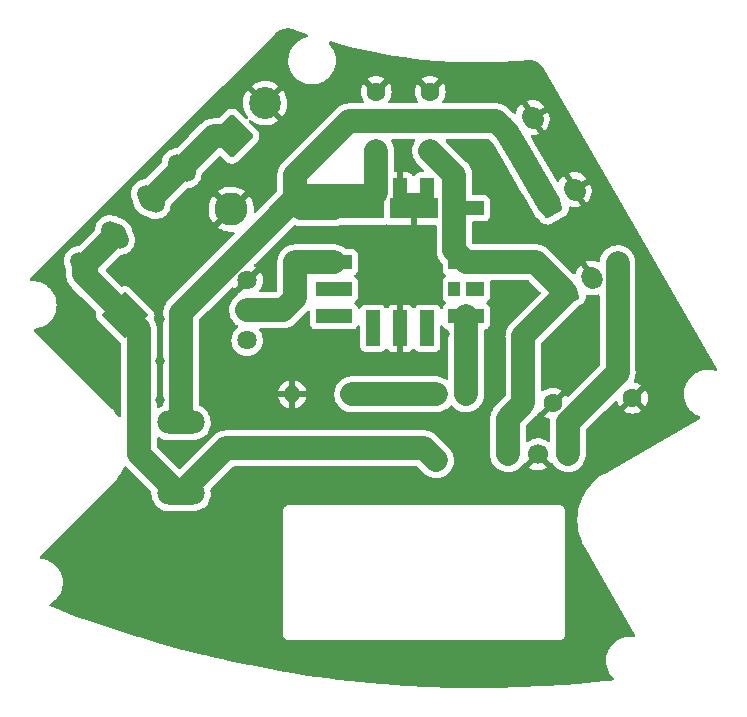
<source format=gbr>
%TF.GenerationSoftware,KiCad,Pcbnew,(6.0.5)*%
%TF.CreationDate,2023-02-26T21:46:22+09:00*%
%TF.ProjectId,psu_board,7073755f-626f-4617-9264-2e6b69636164,rev?*%
%TF.SameCoordinates,Original*%
%TF.FileFunction,Copper,L1,Top*%
%TF.FilePolarity,Positive*%
%FSLAX46Y46*%
G04 Gerber Fmt 4.6, Leading zero omitted, Abs format (unit mm)*
G04 Created by KiCad (PCBNEW (6.0.5)) date 2023-02-26 21:46:22*
%MOMM*%
%LPD*%
G01*
G04 APERTURE LIST*
G04 Aperture macros list*
%AMRoundRect*
0 Rectangle with rounded corners*
0 $1 Rounding radius*
0 $2 $3 $4 $5 $6 $7 $8 $9 X,Y pos of 4 corners*
0 Add a 4 corners polygon primitive as box body*
4,1,4,$2,$3,$4,$5,$6,$7,$8,$9,$2,$3,0*
0 Add four circle primitives for the rounded corners*
1,1,$1+$1,$2,$3*
1,1,$1+$1,$4,$5*
1,1,$1+$1,$6,$7*
1,1,$1+$1,$8,$9*
0 Add four rect primitives between the rounded corners*
20,1,$1+$1,$2,$3,$4,$5,0*
20,1,$1+$1,$4,$5,$6,$7,0*
20,1,$1+$1,$6,$7,$8,$9,0*
20,1,$1+$1,$8,$9,$2,$3,0*%
%AMHorizOval*
0 Thick line with rounded ends*
0 $1 width*
0 $2 $3 position (X,Y) of the first rounded end (center of the circle)*
0 $4 $5 position (X,Y) of the second rounded end (center of the circle)*
0 Add line between two ends*
20,1,$1,$2,$3,$4,$5,0*
0 Add two circle primitives to create the rounded ends*
1,1,$1,$2,$3*
1,1,$1,$4,$5*%
%AMRotRect*
0 Rectangle, with rotation*
0 The origin of the aperture is its center*
0 $1 length*
0 $2 width*
0 $3 Rotation angle, in degrees counterclockwise*
0 Add horizontal line*
21,1,$1,$2,0,0,$3*%
%AMOutline4P*
0 Free polygon, 4 corners , with rotation*
0 The origin of the aperture is its center*
0 number of corners: always 4*
0 $1 to $8 corner X, Y*
0 $9 Rotation angle, in degrees counterclockwise*
0 create outline with 4 corners*
4,1,4,$1,$2,$3,$4,$5,$6,$7,$8,$1,$2,$9*%
G04 Aperture macros list end*
%TA.AperFunction,ComponentPad*%
%ADD10HorizOval,1.500000X-0.424264X0.424264X0.424264X-0.424264X0*%
%TD*%
%TA.AperFunction,ComponentPad*%
%ADD11RotRect,2.800000X2.800000X45.000000*%
%TD*%
%TA.AperFunction,ComponentPad*%
%ADD12HorizOval,2.800000X0.000000X0.000000X0.000000X0.000000X0*%
%TD*%
%TA.AperFunction,ComponentPad*%
%ADD13C,1.600000*%
%TD*%
%TA.AperFunction,ComponentPad*%
%ADD14RoundRect,0.250000X-0.144615X-0.949519X0.894615X-0.349519X0.144615X0.949519X-0.894615X0.349519X0*%
%TD*%
%TA.AperFunction,ComponentPad*%
%ADD15HorizOval,1.700000X-0.075000X0.129904X0.075000X-0.129904X0*%
%TD*%
%TA.AperFunction,ComponentPad*%
%ADD16C,1.635000*%
%TD*%
%TA.AperFunction,ComponentPad*%
%ADD17RoundRect,0.250000X-0.157115X-0.927868X0.882115X-0.327868X0.157115X0.927868X-0.882115X0.327868X0*%
%TD*%
%TA.AperFunction,ComponentPad*%
%ADD18HorizOval,1.700000X-0.062500X0.108253X0.062500X-0.108253X0*%
%TD*%
%TA.AperFunction,ComponentPad*%
%ADD19C,1.400000*%
%TD*%
%TA.AperFunction,ComponentPad*%
%ADD20O,1.400000X1.400000*%
%TD*%
%TA.AperFunction,ComponentPad*%
%ADD21C,1.440000*%
%TD*%
%TA.AperFunction,ComponentPad*%
%ADD22RoundRect,0.250001X0.000000X-1.555634X1.555634X0.000000X0.000000X1.555634X-1.555634X0.000000X0*%
%TD*%
%TA.AperFunction,ComponentPad*%
%ADD23C,2.700000*%
%TD*%
%TA.AperFunction,ComponentPad*%
%ADD24O,4.000000X2.000000*%
%TD*%
%TA.AperFunction,SMDPad,CuDef*%
%ADD25Outline4P,-1.500000X-0.600000X1.500000X-0.600000X1.500000X0.600000X-1.500000X0.600000X0.000000*%
%TD*%
%TA.AperFunction,SMDPad,CuDef*%
%ADD26Outline4P,-2.035000X-0.885000X2.035000X-0.885000X2.035000X0.885000X-2.035000X0.885000X0.000000*%
%TD*%
%TA.AperFunction,SMDPad,CuDef*%
%ADD27Outline4P,-0.600000X-1.500000X0.600000X-1.500000X0.600000X1.500000X-0.600000X1.500000X0.000000*%
%TD*%
%TA.AperFunction,SMDPad,CuDef*%
%ADD28Outline4P,-0.885000X-2.035000X0.885000X-2.035000X0.885000X2.035000X-0.885000X2.035000X0.000000*%
%TD*%
%TA.AperFunction,SMDPad,CuDef*%
%ADD29Outline4P,-0.750000X-0.600000X0.750000X-0.600000X0.750000X0.600000X-0.750000X0.600000X0.000000*%
%TD*%
%TA.AperFunction,SMDPad,CuDef*%
%ADD30Outline4P,-0.500000X-0.600000X0.500000X-0.600000X0.500000X0.600000X-0.500000X0.600000X0.000000*%
%TD*%
%TA.AperFunction,ComponentPad*%
%ADD31C,1.700000*%
%TD*%
%TA.AperFunction,ViaPad*%
%ADD32C,0.800000*%
%TD*%
%TA.AperFunction,Conductor*%
%ADD33C,2.000000*%
%TD*%
G04 APERTURE END LIST*
D10*
%TO.P,F1,1*%
%TO.N,Net-(BT1-Pad1)*%
X133150523Y-89571374D03*
X130534228Y-92187669D03*
%TO.P,F1,2*%
%TO.N,Net-(D1-Pad1)*%
X124877374Y-97844523D03*
X127493669Y-95228228D03*
%TD*%
D11*
%TO.P,D1,1,K*%
%TO.N,Net-(D1-Pad1)*%
X128351872Y-102026129D03*
D12*
%TO.P,D1,2,A*%
%TO.N,GND*%
X137332128Y-93045873D03*
%TD*%
D13*
%TO.P,C4,1*%
%TO.N,+3V3*%
X170063000Y-106867468D03*
%TO.P,C4,2*%
%TO.N,GND*%
X171313000Y-109032532D03*
%TD*%
D14*
%TO.P,Kiker PSU,1,Pin_1*%
%TO.N,+7.5V*%
X160706969Y-86530337D03*
D15*
%TO.P,Kiker PSU,2,Pin_2*%
%TO.N,GND*%
X162872033Y-85280337D03*
%TD*%
D13*
%TO.P,22\u03BCF,1*%
%TO.N,+7.5V*%
X149606000Y-88098000D03*
%TO.P,22\u03BCF,2*%
%TO.N,GND*%
X149606000Y-83098000D03*
%TD*%
D16*
%TO.P,SW2,1*%
%TO.N,GND*%
X138684000Y-99060000D03*
%TO.P,SW2,2*%
%TO.N,Net-(R1-Pad2)*%
X138684000Y-101600000D03*
%TO.P,SW2,3*%
%TO.N,N/C*%
X138684000Y-104140000D03*
%TD*%
D17*
%TO.P,MB,1,Pin_1*%
%TO.N,+5V*%
X165720437Y-100109337D03*
D18*
%TO.P,MB,2,Pin_2*%
%TO.N,GND*%
X167885501Y-98859337D03*
%TO.P,MB,3,Pin_3*%
%TO.N,+3V3*%
X170050564Y-97609337D03*
%TD*%
D19*
%TO.P,R1,1*%
%TO.N,+7.5V*%
X142748000Y-92456000D03*
D20*
%TO.P,R1,2*%
%TO.N,Net-(R1-Pad2)*%
X142748000Y-97536000D03*
%TD*%
D21*
%TO.P,RV1,1,1*%
%TO.N,Net-(R2-Pad1)*%
X152136000Y-108712000D03*
%TO.P,RV1,2,2*%
X154676000Y-108712000D03*
%TO.P,RV1,3,3*%
%TO.N,Net-(RV1-Pad3)*%
X157216000Y-108712000D03*
%TD*%
D19*
%TO.P,R2,1*%
%TO.N,Net-(R2-Pad1)*%
X147574000Y-108712000D03*
D20*
%TO.P,R2,2*%
%TO.N,GND*%
X142494000Y-108712000D03*
%TD*%
D13*
%TO.P,C3,1*%
%TO.N,+5V*%
X162072000Y-109474000D03*
%TO.P,C3,2*%
%TO.N,GND*%
X164572000Y-109474000D03*
%TD*%
D22*
%TO.P,BT1,1,+*%
%TO.N,Net-(BT1-Pad1)*%
X137403020Y-86863163D03*
D23*
%TO.P,BT1,2,-*%
%TO.N,GND*%
X140203163Y-84063020D03*
%TD*%
D24*
%TO.P,SW1,1*%
%TO.N,Net-(D1-Pad1)*%
X133096000Y-117094000D03*
%TO.P,SW1,2*%
%TO.N,+7.5V*%
X133096000Y-111094000D03*
%TD*%
D13*
%TO.P,10\u03BCF,1*%
%TO.N,+5V*%
X154178000Y-88098000D03*
%TO.P,10\u03BCF,2*%
%TO.N,GND*%
X154178000Y-83098000D03*
%TD*%
D25*
%TO.P,U1,1,ON/OFF_CTRL*%
%TO.N,Net-(R1-Pad2)*%
X146038000Y-97536000D03*
%TO.P,U1,2,VIN*%
%TO.N,+7.5V*%
X146038000Y-92956000D03*
D26*
X148203000Y-92956000D03*
D27*
X149348000Y-91936000D03*
%TO.P,U1,3,GND*%
%TO.N,GND*%
X153928000Y-91936000D03*
X151638000Y-91936000D03*
D26*
X152783000Y-92956000D03*
D28*
%TO.P,U1,4,VOUT*%
%TO.N,+5V*%
X156238000Y-94101000D03*
D25*
X157238000Y-92956000D03*
%TO.P,U1,5,SENSE*%
X157238000Y-97536000D03*
%TO.P,U1,6,TRIM*%
%TO.N,Net-(RV1-Pad3)*%
X157238000Y-102116000D03*
D27*
%TO.P,U1,7,GND*%
%TO.N,GND*%
X151638000Y-103136000D03*
%TO.P,U1,8*%
%TO.N,N/C*%
X149348000Y-103136000D03*
D25*
%TO.P,U1,9*%
X146038000Y-102116000D03*
%TO.P,U1,10,PG_OUT*%
%TO.N,unconnected-(U1-Pad10)*%
X146038000Y-99826000D03*
D29*
%TO.P,U1,11*%
%TO.N,N/C*%
X157988000Y-99826000D03*
D27*
%TO.P,U1,12*%
X153928000Y-103136000D03*
D30*
%TO.P,U1,13*%
X156238000Y-99826000D03*
%TD*%
D14*
%TO.P,MD,1,Pin_1*%
%TO.N,+7.5V*%
X164262969Y-92626337D03*
D15*
%TO.P,MD,2,Pin_2*%
%TO.N,GND*%
X166428033Y-91376337D03*
%TD*%
D31*
%TO.P,U2,1,VIN*%
%TO.N,+5V*%
X160782000Y-113792000D03*
%TO.P,U2,2,VOUT*%
%TO.N,+3V3*%
X165862000Y-113792000D03*
%TO.P,U2,3,GND*%
%TO.N,GND*%
X163322000Y-113792000D03*
%TD*%
D32*
%TO.N,Net-(BT1-Pad1)*%
X134728948Y-87992948D03*
X131934948Y-90786948D03*
%TO.N,GND*%
X158496000Y-110998000D03*
X160909000Y-100457000D03*
X168402000Y-90297000D03*
X159639000Y-108585000D03*
X163322000Y-111506000D03*
X122174000Y-103632000D03*
X151638000Y-105918000D03*
X136144000Y-111252000D03*
X136652000Y-101092000D03*
X139700000Y-92202000D03*
X166116000Y-97536000D03*
X132842000Y-113538000D03*
X140843000Y-79248000D03*
X164338000Y-104648000D03*
X152781000Y-94996000D03*
X144526000Y-110998000D03*
X155448000Y-103632000D03*
X143002000Y-85852000D03*
X147574000Y-103632000D03*
X149098000Y-115316000D03*
X146050000Y-115316000D03*
X154686000Y-110998000D03*
X168148000Y-94361000D03*
X151892000Y-88138000D03*
X153670000Y-116586000D03*
X151638000Y-100076000D03*
X133096000Y-120142000D03*
X173101000Y-101346000D03*
X137668000Y-115443000D03*
X137033000Y-123952000D03*
X158242000Y-94996000D03*
X165862000Y-108204000D03*
X131572000Y-98552000D03*
X158369000Y-117221000D03*
X164084000Y-107696000D03*
X151892000Y-83058000D03*
X143002000Y-115316000D03*
X174879000Y-105664000D03*
X158496000Y-114046000D03*
X140716000Y-98806000D03*
X141097000Y-110998000D03*
X127508000Y-109220000D03*
X140716000Y-103632000D03*
X136906000Y-83312000D03*
X145923000Y-83693000D03*
X133350000Y-86614000D03*
X127762000Y-92456000D03*
X150876000Y-110998000D03*
X135382000Y-91186000D03*
X147447000Y-95250000D03*
X135128000Y-109220000D03*
X131318000Y-102362000D03*
X158242000Y-91186000D03*
X167894000Y-111887000D03*
X171958000Y-96520000D03*
X139954000Y-115443000D03*
X131318000Y-109220000D03*
X127508000Y-104648000D03*
X164592000Y-88265000D03*
X130302000Y-94996000D03*
X138557000Y-107569000D03*
X163322000Y-117221000D03*
X164719000Y-84074000D03*
X147574000Y-110998000D03*
X143510000Y-102870000D03*
X159004000Y-87630000D03*
X163068000Y-94996000D03*
X139192000Y-89408000D03*
X129032000Y-116459000D03*
X159639000Y-104267000D03*
X129159000Y-123825000D03*
X156718000Y-87630000D03*
X131318000Y-105918000D03*
X167894000Y-101092000D03*
X134874000Y-95504000D03*
X157734000Y-81915000D03*
X167894000Y-105918000D03*
X142748000Y-95250000D03*
X135128000Y-102616000D03*
X121920000Y-98298000D03*
%TO.N,+7.5V*%
X158750000Y-85598000D03*
X161701225Y-88234775D03*
X133096000Y-104140000D03*
X142748000Y-90170000D03*
X133096000Y-106172000D03*
X145034000Y-87884000D03*
X162543435Y-89678565D03*
X141194758Y-93696758D03*
X156464000Y-85598000D03*
X134590758Y-100300758D03*
X136114758Y-98776758D03*
X151892000Y-85598000D03*
X163292067Y-90961933D03*
X139416758Y-95474758D03*
X133096000Y-101854000D03*
X137638758Y-97252758D03*
X147320000Y-85598000D03*
X154178000Y-85598000D03*
X133096000Y-108204000D03*
X149606000Y-85598000D03*
%TO.N,Net-(D1-Pad1)*%
X147574000Y-113245489D03*
X126219948Y-96501948D03*
X141478000Y-113245489D03*
X150622000Y-113245489D03*
X135636000Y-114554000D03*
X129540000Y-106172000D03*
X136906000Y-113284000D03*
X149098000Y-113245489D03*
X126446871Y-100121129D03*
X129540000Y-113792000D03*
X153583511Y-113245489D03*
X143002000Y-113245489D03*
X129540000Y-112014000D03*
X154686000Y-114300000D03*
X129540000Y-110236000D03*
X138430000Y-113245489D03*
X129540000Y-104140000D03*
X146050000Y-113245489D03*
X152146000Y-113245489D03*
X130937000Y-115189000D03*
X144526000Y-113245489D03*
X139954000Y-113245489D03*
X129540000Y-108204000D03*
%TD*%
D33*
%TO.N,Net-(BT1-Pad1)*%
X134728948Y-87992948D02*
X133150523Y-89571374D01*
X135858734Y-86863163D02*
X134728948Y-87992948D01*
X131934948Y-90786948D02*
X130534228Y-92187669D01*
X133150523Y-89571374D02*
X131934948Y-90786948D01*
X137403020Y-86863163D02*
X135858734Y-86863163D01*
%TO.N,+7.5V*%
X146038000Y-92956000D02*
X143248000Y-92956000D01*
X142748000Y-92456000D02*
X142748000Y-90170000D01*
X141194758Y-93696758D02*
X142435515Y-92456000D01*
X149348000Y-91936000D02*
X143268000Y-91936000D01*
X156464000Y-85598000D02*
X158750000Y-85598000D01*
X142435515Y-92456000D02*
X142748000Y-92456000D01*
X160706969Y-86530337D02*
X161701225Y-88234775D01*
X133096000Y-101795515D02*
X134590758Y-100300758D01*
X151892000Y-85598000D02*
X154178000Y-85598000D01*
X133096000Y-104140000D02*
X133096000Y-101854000D01*
X159774632Y-85598000D02*
X160706969Y-86530337D01*
X158750000Y-85598000D02*
X159774632Y-85598000D01*
X163292067Y-90961933D02*
X164262969Y-92626337D01*
X142748000Y-90170000D02*
X145034000Y-87884000D01*
X149606000Y-91678000D02*
X149348000Y-91936000D01*
X143268000Y-91936000D02*
X142748000Y-92456000D01*
X147320000Y-85598000D02*
X149606000Y-85598000D01*
X137638758Y-97252758D02*
X139416758Y-95474758D01*
X145034000Y-87884000D02*
X147320000Y-85598000D01*
X139416758Y-95474758D02*
X141194758Y-93696758D01*
X161701225Y-88234775D02*
X163292067Y-90961933D01*
X133096000Y-101854000D02*
X133096000Y-101795515D01*
X133096000Y-111094000D02*
X133096000Y-108204000D01*
X134590758Y-100300758D02*
X136114758Y-98776758D01*
X149606000Y-85598000D02*
X151892000Y-85598000D01*
X154178000Y-85598000D02*
X156464000Y-85598000D01*
X133096000Y-106172000D02*
X133096000Y-104140000D01*
X143248000Y-92956000D02*
X142748000Y-92456000D01*
X133096000Y-108204000D02*
X133096000Y-106172000D01*
X136114758Y-98776758D02*
X137638758Y-97252758D01*
X149606000Y-88098000D02*
X149606000Y-91678000D01*
%TO.N,+5V*%
X157238000Y-97536000D02*
X163147100Y-97536000D01*
X156238000Y-94101000D02*
X156238000Y-90158000D01*
X156238000Y-94101000D02*
X156238000Y-96536000D01*
X162072000Y-103757774D02*
X162072000Y-109474000D01*
X160782000Y-110764000D02*
X160782000Y-113792000D01*
X163147100Y-97536000D02*
X165720437Y-100109337D01*
X156238000Y-90158000D02*
X154178000Y-88098000D01*
X165720437Y-100109337D02*
X162072000Y-103757774D01*
X156238000Y-96536000D02*
X157238000Y-97536000D01*
X162072000Y-109474000D02*
X160782000Y-110764000D01*
%TO.N,Net-(D1-Pad1)*%
X153670000Y-113284000D02*
X154686000Y-114300000D01*
X136906000Y-113284000D02*
X153670000Y-113284000D01*
X135636000Y-114554000D02*
X136906000Y-113284000D01*
X129540000Y-112014000D02*
X129540000Y-113792000D01*
X129540000Y-113792000D02*
X130937000Y-115189000D01*
X129540000Y-103214257D02*
X129540000Y-104140000D01*
X129540000Y-106172000D02*
X129540000Y-108204000D01*
X124877374Y-98551631D02*
X126446871Y-100121129D01*
X126446871Y-100121129D02*
X128351872Y-102026129D01*
X129540000Y-104140000D02*
X129540000Y-106172000D01*
X130937000Y-115189000D02*
X132842000Y-117094000D01*
X129540000Y-110236000D02*
X129540000Y-112014000D01*
X132842000Y-117094000D02*
X133096000Y-117094000D01*
X127493669Y-95228228D02*
X126219948Y-96501948D01*
X128351872Y-102026129D02*
X129540000Y-103214257D01*
X133096000Y-117094000D02*
X135636000Y-114554000D01*
X124877374Y-97844523D02*
X124877374Y-98551631D01*
X126219948Y-96501948D02*
X124877374Y-97844523D01*
X129540000Y-108204000D02*
X129540000Y-110236000D01*
%TO.N,Net-(R2-Pad1)*%
X152136000Y-108712000D02*
X147574000Y-108712000D01*
X154676000Y-108712000D02*
X152136000Y-108712000D01*
%TO.N,Net-(RV1-Pad3)*%
X157238000Y-102116000D02*
X157238000Y-108690000D01*
X157238000Y-108690000D02*
X157216000Y-108712000D01*
%TO.N,+3V3*%
X170063000Y-106867468D02*
X165862000Y-111068468D01*
X165862000Y-111068468D02*
X165862000Y-113792000D01*
X170050564Y-97609337D02*
X170050564Y-106855032D01*
X170050564Y-106855032D02*
X170063000Y-106867468D01*
%TO.N,Net-(R1-Pad2)*%
X142748000Y-100584000D02*
X141732000Y-101600000D01*
X141732000Y-101600000D02*
X138684000Y-101600000D01*
X142748000Y-97536000D02*
X142748000Y-100584000D01*
X146038000Y-97536000D02*
X142748000Y-97536000D01*
%TD*%
%TA.AperFunction,Conductor*%
%TO.N,GND*%
G36*
X142223865Y-77732928D02*
G01*
X142415901Y-77759695D01*
X142433405Y-77763418D01*
X142584739Y-77807039D01*
X142605950Y-77815995D01*
X142606138Y-77815597D01*
X142610538Y-77817675D01*
X142614768Y-77820088D01*
X142620388Y-77822229D01*
X142620625Y-77822360D01*
X142620889Y-77822419D01*
X142626498Y-77824556D01*
X142631258Y-77825568D01*
X142633553Y-77826245D01*
X142639688Y-77828226D01*
X143796779Y-78234822D01*
X143854416Y-78276276D01*
X143880492Y-78342311D01*
X143866727Y-78411960D01*
X143817491Y-78463111D01*
X143785982Y-78474934D01*
X143786178Y-78475649D01*
X143522028Y-78547912D01*
X143518080Y-78549596D01*
X143274082Y-78653670D01*
X143274078Y-78653672D01*
X143270130Y-78655356D01*
X143151514Y-78726346D01*
X143038825Y-78793788D01*
X143038821Y-78793791D01*
X143035143Y-78795992D01*
X142821418Y-78967218D01*
X142632908Y-79165866D01*
X142473102Y-79388260D01*
X142344957Y-79630285D01*
X142343485Y-79634308D01*
X142343483Y-79634312D01*
X142300972Y-79750479D01*
X142250843Y-79887461D01*
X142192504Y-80155031D01*
X142171017Y-80428042D01*
X142171434Y-80435280D01*
X142186782Y-80701444D01*
X142239505Y-80970177D01*
X142240892Y-80974227D01*
X142240893Y-80974232D01*
X142312675Y-81183889D01*
X142328212Y-81229268D01*
X142357338Y-81287178D01*
X142426937Y-81425561D01*
X142451260Y-81473923D01*
X142453686Y-81477452D01*
X142453689Y-81477458D01*
X142603943Y-81696077D01*
X142606374Y-81699614D01*
X142790682Y-81902167D01*
X143000775Y-82077831D01*
X143004416Y-82080115D01*
X143229124Y-82221075D01*
X143229128Y-82221077D01*
X143232764Y-82223358D01*
X143331121Y-82267768D01*
X143478445Y-82334288D01*
X143478449Y-82334290D01*
X143482357Y-82336054D01*
X143486477Y-82337274D01*
X143486476Y-82337274D01*
X143740823Y-82412615D01*
X143740827Y-82412616D01*
X143744936Y-82413833D01*
X143749170Y-82414481D01*
X143749175Y-82414482D01*
X144011398Y-82454607D01*
X144011400Y-82454607D01*
X144015640Y-82455256D01*
X144155012Y-82457446D01*
X144285171Y-82459491D01*
X144285177Y-82459491D01*
X144289462Y-82459558D01*
X144561335Y-82426658D01*
X144826227Y-82357165D01*
X144830187Y-82355525D01*
X144830192Y-82355523D01*
X145008618Y-82281616D01*
X145079236Y-82252365D01*
X145315682Y-82114197D01*
X145447309Y-82010988D01*
X148884576Y-82010988D01*
X148891644Y-82024434D01*
X149593188Y-82725978D01*
X149607132Y-82733592D01*
X149608965Y-82733461D01*
X149615580Y-82729210D01*
X150321077Y-82023713D01*
X150327507Y-82011938D01*
X150326772Y-82010988D01*
X153456576Y-82010988D01*
X153463644Y-82024434D01*
X154165188Y-82725978D01*
X154179132Y-82733592D01*
X154180965Y-82733461D01*
X154187580Y-82729210D01*
X154893077Y-82023713D01*
X154899507Y-82011938D01*
X154890211Y-81999923D01*
X154839006Y-81964069D01*
X154829511Y-81958586D01*
X154632053Y-81866510D01*
X154621761Y-81862764D01*
X154411312Y-81806375D01*
X154400519Y-81804472D01*
X154183475Y-81785483D01*
X154172525Y-81785483D01*
X153955481Y-81804472D01*
X153944688Y-81806375D01*
X153734239Y-81862764D01*
X153723947Y-81866510D01*
X153526489Y-81958586D01*
X153516994Y-81964069D01*
X153464952Y-82000509D01*
X153456576Y-82010988D01*
X150326772Y-82010988D01*
X150318211Y-81999923D01*
X150267006Y-81964069D01*
X150257511Y-81958586D01*
X150060053Y-81866510D01*
X150049761Y-81862764D01*
X149839312Y-81806375D01*
X149828519Y-81804472D01*
X149611475Y-81785483D01*
X149600525Y-81785483D01*
X149383481Y-81804472D01*
X149372688Y-81806375D01*
X149162239Y-81862764D01*
X149151947Y-81866510D01*
X148954489Y-81958586D01*
X148944994Y-81964069D01*
X148892952Y-82000509D01*
X148884576Y-82010988D01*
X145447309Y-82010988D01*
X145531189Y-81945218D01*
X145572909Y-81902167D01*
X145718786Y-81751633D01*
X145721769Y-81748555D01*
X145724302Y-81745107D01*
X145724306Y-81745102D01*
X145881357Y-81531302D01*
X145883895Y-81527847D01*
X145911254Y-81477458D01*
X146012518Y-81290954D01*
X146012519Y-81290952D01*
X146014568Y-81287178D01*
X146068954Y-81143249D01*
X146109851Y-81035019D01*
X146109852Y-81035015D01*
X146111369Y-81031001D01*
X146158918Y-80823391D01*
X146171549Y-80768241D01*
X146171550Y-80768237D01*
X146172507Y-80764057D01*
X146178762Y-80693979D01*
X146196631Y-80493751D01*
X146196631Y-80493749D01*
X146196851Y-80491285D01*
X146197293Y-80449124D01*
X146195846Y-80427902D01*
X146178959Y-80180179D01*
X146178958Y-80180173D01*
X146178667Y-80175902D01*
X146123132Y-79907736D01*
X146031717Y-79649589D01*
X145906113Y-79406236D01*
X145898439Y-79395316D01*
X145825119Y-79290993D01*
X145748645Y-79182181D01*
X145621953Y-79045844D01*
X145590236Y-78982329D01*
X145597892Y-78911746D01*
X145642493Y-78856508D01*
X145709878Y-78834151D01*
X145749404Y-78839077D01*
X146213710Y-78973955D01*
X146213724Y-78973959D01*
X146214561Y-78974202D01*
X146215403Y-78974422D01*
X146215419Y-78974426D01*
X147429283Y-79290993D01*
X147429305Y-79290998D01*
X147430124Y-79291212D01*
X147430959Y-79291405D01*
X147430974Y-79291409D01*
X148653152Y-79574363D01*
X148653173Y-79574368D01*
X148653974Y-79574553D01*
X148654762Y-79574713D01*
X148654782Y-79574717D01*
X149878603Y-79822677D01*
X149885177Y-79824009D01*
X149886045Y-79824160D01*
X149886050Y-79824161D01*
X151121927Y-80039239D01*
X151121943Y-80039242D01*
X151122796Y-80039390D01*
X151123639Y-80039513D01*
X151123665Y-80039517D01*
X152059607Y-80175902D01*
X152365887Y-80220533D01*
X152366784Y-80220638D01*
X152366780Y-80220638D01*
X153612651Y-80367198D01*
X153612684Y-80367201D01*
X153613505Y-80367298D01*
X153614338Y-80367373D01*
X153614350Y-80367374D01*
X154863849Y-80479499D01*
X154863856Y-80479500D01*
X154864697Y-80479575D01*
X154865508Y-80479625D01*
X154865544Y-80479628D01*
X156117637Y-80557224D01*
X156117653Y-80557225D01*
X156118512Y-80557278D01*
X156686470Y-80576762D01*
X157373108Y-80600317D01*
X157373136Y-80600318D01*
X157373994Y-80600347D01*
X157374890Y-80600353D01*
X158629280Y-80608744D01*
X158629284Y-80608744D01*
X158630186Y-80608750D01*
X158631090Y-80608731D01*
X158631102Y-80608731D01*
X159885243Y-80582499D01*
X159885272Y-80582498D01*
X159886132Y-80582480D01*
X160409369Y-80557075D01*
X161140053Y-80521598D01*
X161140063Y-80521597D01*
X161140874Y-80521558D01*
X161867635Y-80466131D01*
X162368906Y-80427902D01*
X162376921Y-80427595D01*
X162381024Y-80427910D01*
X162387016Y-80427444D01*
X162387284Y-80427461D01*
X162387546Y-80427402D01*
X162393539Y-80426936D01*
X162398276Y-80425816D01*
X162398283Y-80425815D01*
X162404391Y-80424371D01*
X162431004Y-80421013D01*
X162563065Y-80418524D01*
X162595885Y-80417905D01*
X162613753Y-80418839D01*
X162653562Y-80423772D01*
X162806172Y-80442684D01*
X162823726Y-80446140D01*
X163010823Y-80497001D01*
X163027698Y-80502903D01*
X163205715Y-80579763D01*
X163221594Y-80588003D01*
X163386908Y-80689291D01*
X163401462Y-80699698D01*
X163479148Y-80764057D01*
X163550768Y-80823391D01*
X163563702Y-80835756D01*
X163693981Y-80979353D01*
X163705032Y-80993426D01*
X163727613Y-81026813D01*
X163795420Y-81127070D01*
X163803883Y-81143249D01*
X163807806Y-81150240D01*
X163811045Y-81158612D01*
X163816504Y-81165738D01*
X163816505Y-81165741D01*
X163830405Y-81183889D01*
X163839495Y-81197506D01*
X178494090Y-106580011D01*
X178510828Y-106649006D01*
X178487608Y-106716098D01*
X178431800Y-106759985D01*
X178361125Y-106766734D01*
X178350458Y-106764191D01*
X178104560Y-106694146D01*
X178100318Y-106693542D01*
X178100312Y-106693541D01*
X177867191Y-106660363D01*
X177833437Y-106655559D01*
X177689583Y-106654806D01*
X177563871Y-106654148D01*
X177563865Y-106654148D01*
X177559585Y-106654126D01*
X177555341Y-106654685D01*
X177555337Y-106654685D01*
X177436296Y-106670357D01*
X177288072Y-106689871D01*
X177283932Y-106691004D01*
X177283930Y-106691004D01*
X177264853Y-106696223D01*
X177023922Y-106762134D01*
X177007424Y-106769171D01*
X176775976Y-106867892D01*
X176775972Y-106867894D01*
X176772024Y-106869578D01*
X176679564Y-106924914D01*
X176540719Y-107008010D01*
X176540715Y-107008013D01*
X176537037Y-107010214D01*
X176323312Y-107181440D01*
X176244600Y-107264385D01*
X176143605Y-107370812D01*
X176134802Y-107380088D01*
X175974996Y-107602482D01*
X175846851Y-107844507D01*
X175845379Y-107848530D01*
X175845377Y-107848534D01*
X175805228Y-107958245D01*
X175752737Y-108101683D01*
X175694398Y-108369253D01*
X175672911Y-108642264D01*
X175673328Y-108649502D01*
X175688676Y-108915666D01*
X175741399Y-109184399D01*
X175742786Y-109188449D01*
X175742787Y-109188454D01*
X175828717Y-109439434D01*
X175830106Y-109443490D01*
X175861227Y-109505367D01*
X175936865Y-109655757D01*
X175953154Y-109688145D01*
X175955580Y-109691674D01*
X175955583Y-109691680D01*
X176082956Y-109877007D01*
X176108268Y-109913836D01*
X176111155Y-109917009D01*
X176111156Y-109917010D01*
X176278098Y-110100478D01*
X176292576Y-110116389D01*
X176295871Y-110119144D01*
X176295872Y-110119145D01*
X176337140Y-110153650D01*
X176502669Y-110292053D01*
X176506310Y-110294337D01*
X176731018Y-110435297D01*
X176731022Y-110435299D01*
X176734658Y-110437580D01*
X176984251Y-110550276D01*
X176987165Y-110551139D01*
X177043799Y-110593452D01*
X177068672Y-110659949D01*
X177053646Y-110729337D01*
X177006002Y-110778175D01*
X173651449Y-112714927D01*
X168951586Y-115428394D01*
X168932609Y-115437334D01*
X168918358Y-115442648D01*
X168918350Y-115442651D01*
X168913798Y-115444349D01*
X168902851Y-115450493D01*
X168899024Y-115453499D01*
X168896812Y-115454976D01*
X168890086Y-115459743D01*
X168571286Y-115662838D01*
X168569111Y-115664507D01*
X168261118Y-115900837D01*
X168261112Y-115900842D01*
X168258950Y-115902501D01*
X167968690Y-116168474D01*
X167966839Y-116170494D01*
X167966836Y-116170497D01*
X167780569Y-116373771D01*
X167702716Y-116458732D01*
X167654590Y-116521451D01*
X167464723Y-116768888D01*
X167464715Y-116768900D01*
X167463051Y-116771068D01*
X167251521Y-117103103D01*
X167183374Y-117234012D01*
X167154941Y-117288631D01*
X167069734Y-117452310D01*
X166919075Y-117816033D01*
X166918249Y-117818653D01*
X166918246Y-117818661D01*
X166801597Y-118188622D01*
X166800689Y-118191502D01*
X166715479Y-118575861D01*
X166715121Y-118578581D01*
X166715120Y-118578586D01*
X166711008Y-118609820D01*
X166664092Y-118966183D01*
X166646919Y-119359499D01*
X166664092Y-119752815D01*
X166715479Y-120143138D01*
X166800689Y-120527496D01*
X166919074Y-120902966D01*
X166920122Y-120905497D01*
X166920126Y-120905507D01*
X167017074Y-121139557D01*
X167069734Y-121266688D01*
X167237199Y-121588385D01*
X167240784Y-121596447D01*
X167240815Y-121596433D01*
X167242870Y-121600864D01*
X167244567Y-121605416D01*
X167250711Y-121616363D01*
X167253715Y-121620187D01*
X167267951Y-121638310D01*
X167277984Y-121653143D01*
X168170537Y-123199090D01*
X171567376Y-129082589D01*
X171584114Y-129151584D01*
X171560894Y-129218676D01*
X171505086Y-129262563D01*
X171440504Y-129270332D01*
X171244029Y-129242369D01*
X171100175Y-129241616D01*
X170974463Y-129240958D01*
X170974457Y-129240958D01*
X170970177Y-129240936D01*
X170965933Y-129241495D01*
X170965929Y-129241495D01*
X170863220Y-129255017D01*
X170698664Y-129276681D01*
X170694524Y-129277814D01*
X170694522Y-129277814D01*
X170656616Y-129288184D01*
X170434514Y-129348944D01*
X170430566Y-129350628D01*
X170186568Y-129454702D01*
X170186564Y-129454704D01*
X170182616Y-129456388D01*
X170095723Y-129508392D01*
X169951311Y-129594820D01*
X169951307Y-129594823D01*
X169947629Y-129597024D01*
X169733904Y-129768250D01*
X169545394Y-129966898D01*
X169385588Y-130189292D01*
X169257443Y-130431317D01*
X169255971Y-130435340D01*
X169255969Y-130435344D01*
X169213458Y-130551511D01*
X169163329Y-130688493D01*
X169104990Y-130956063D01*
X169083503Y-131229074D01*
X169083920Y-131236312D01*
X169099268Y-131502476D01*
X169151991Y-131771209D01*
X169153378Y-131775259D01*
X169153379Y-131775264D01*
X169231561Y-132003613D01*
X169240698Y-132030300D01*
X169302222Y-132152628D01*
X169339423Y-132226593D01*
X169363746Y-132274955D01*
X169366172Y-132278484D01*
X169366175Y-132278490D01*
X169510316Y-132488215D01*
X169518860Y-132500646D01*
X169703168Y-132703199D01*
X169706463Y-132705954D01*
X169711015Y-132709760D01*
X169750445Y-132768800D01*
X169751696Y-132839786D01*
X169714370Y-132900179D01*
X169645589Y-132931479D01*
X169489130Y-132950741D01*
X169389055Y-132963062D01*
X169386662Y-132963332D01*
X168943490Y-133009143D01*
X167479521Y-133160473D01*
X167477075Y-133160702D01*
X165566443Y-133320634D01*
X165563994Y-133320815D01*
X163650604Y-133443478D01*
X163648152Y-133443611D01*
X161732788Y-133528954D01*
X161730333Y-133529040D01*
X159813567Y-133577038D01*
X159811121Y-133577075D01*
X159254189Y-133580163D01*
X157893884Y-133587704D01*
X157891428Y-133587694D01*
X155974305Y-133560953D01*
X155971849Y-133560895D01*
X154055605Y-133496792D01*
X154053152Y-133496686D01*
X152138523Y-133395246D01*
X152136072Y-133395092D01*
X150223783Y-133256354D01*
X150221335Y-133256152D01*
X149027973Y-133146154D01*
X148312128Y-133080170D01*
X148309736Y-133079927D01*
X146404232Y-132866756D01*
X146401876Y-132866469D01*
X145509869Y-132749034D01*
X144500958Y-132616208D01*
X144498526Y-132615864D01*
X143363790Y-132443911D01*
X142602800Y-132328594D01*
X142600437Y-132328212D01*
X141357575Y-132115015D01*
X140710703Y-132004052D01*
X140708287Y-132003613D01*
X138981424Y-131672622D01*
X138825294Y-131642696D01*
X138822915Y-131642217D01*
X137103825Y-131277840D01*
X136947219Y-131244646D01*
X136944821Y-131244113D01*
X136083850Y-131044012D01*
X135077312Y-130810079D01*
X135074933Y-130809502D01*
X135064588Y-130806884D01*
X134580854Y-130684473D01*
X133216174Y-130339134D01*
X133213800Y-130338508D01*
X131364634Y-129832021D01*
X131362271Y-129831349D01*
X129523276Y-129288902D01*
X129520928Y-129288184D01*
X129365064Y-129238887D01*
X128931382Y-129101721D01*
X141731024Y-129101721D01*
X141733491Y-129110352D01*
X141739150Y-129130153D01*
X141742728Y-129146915D01*
X141746920Y-129176187D01*
X141750634Y-129184355D01*
X141750634Y-129184356D01*
X141757548Y-129199562D01*
X141763996Y-129217086D01*
X141771051Y-129241771D01*
X141775843Y-129249365D01*
X141775844Y-129249368D01*
X141786830Y-129266780D01*
X141794969Y-129281863D01*
X141807208Y-129308782D01*
X141813069Y-129315584D01*
X141823970Y-129328235D01*
X141835073Y-129343239D01*
X141848776Y-129364958D01*
X141855501Y-129370897D01*
X141855504Y-129370901D01*
X141870938Y-129384532D01*
X141882982Y-129396724D01*
X141896427Y-129412327D01*
X141896430Y-129412329D01*
X141902287Y-129419127D01*
X141909816Y-129424007D01*
X141909817Y-129424008D01*
X141923835Y-129433094D01*
X141938709Y-129444385D01*
X141950392Y-129454702D01*
X141957951Y-129461378D01*
X141984711Y-129473942D01*
X141999691Y-129482263D01*
X142016983Y-129493471D01*
X142016988Y-129493473D01*
X142024515Y-129498352D01*
X142033108Y-129500922D01*
X142033113Y-129500924D01*
X142049120Y-129505711D01*
X142066564Y-129512372D01*
X142081676Y-129519467D01*
X142081678Y-129519468D01*
X142089800Y-129523281D01*
X142098667Y-129524662D01*
X142098668Y-129524662D01*
X142101353Y-129525080D01*
X142119017Y-129527830D01*
X142135732Y-129531613D01*
X142155466Y-129537515D01*
X142155472Y-129537516D01*
X142164066Y-129540086D01*
X142173037Y-129540141D01*
X142173038Y-129540141D01*
X142183097Y-129540202D01*
X142198506Y-129540296D01*
X142199289Y-129540329D01*
X142200386Y-129540500D01*
X142231377Y-129540500D01*
X142232147Y-129540502D01*
X142305785Y-129540952D01*
X142305786Y-129540952D01*
X142309721Y-129540976D01*
X142311065Y-129540592D01*
X142312410Y-129540500D01*
X165091377Y-129540500D01*
X165092148Y-129540502D01*
X165169721Y-129540976D01*
X165198152Y-129532850D01*
X165214915Y-129529272D01*
X165215753Y-129529152D01*
X165244187Y-129525080D01*
X165267564Y-129514451D01*
X165285087Y-129508004D01*
X165309771Y-129500949D01*
X165317365Y-129496157D01*
X165317368Y-129496156D01*
X165334780Y-129485170D01*
X165349865Y-129477030D01*
X165376782Y-129464792D01*
X165396235Y-129448030D01*
X165411239Y-129436927D01*
X165432958Y-129423224D01*
X165438897Y-129416499D01*
X165438901Y-129416496D01*
X165452532Y-129401062D01*
X165464724Y-129389018D01*
X165480327Y-129375573D01*
X165480329Y-129375570D01*
X165487127Y-129369713D01*
X165499498Y-129350628D01*
X165501094Y-129348165D01*
X165512385Y-129333291D01*
X165523431Y-129320783D01*
X165523432Y-129320782D01*
X165529378Y-129314049D01*
X165541943Y-129287287D01*
X165550263Y-129272309D01*
X165561471Y-129255017D01*
X165561473Y-129255012D01*
X165566352Y-129247485D01*
X165568922Y-129238892D01*
X165568924Y-129238887D01*
X165573711Y-129222880D01*
X165580372Y-129205436D01*
X165587467Y-129190324D01*
X165587468Y-129190322D01*
X165591281Y-129182200D01*
X165595830Y-129152983D01*
X165599613Y-129136268D01*
X165605515Y-129116534D01*
X165605516Y-129116528D01*
X165608086Y-129107934D01*
X165608296Y-129073494D01*
X165608329Y-129072711D01*
X165608500Y-129071614D01*
X165608500Y-129040623D01*
X165608502Y-129039853D01*
X165608952Y-128966215D01*
X165608952Y-128966214D01*
X165608976Y-128962279D01*
X165608592Y-128960935D01*
X165608500Y-128959590D01*
X165608500Y-118626623D01*
X165608502Y-118625853D01*
X165608800Y-118577102D01*
X165608976Y-118548279D01*
X165600850Y-118519847D01*
X165597272Y-118503085D01*
X165594352Y-118482698D01*
X165593080Y-118473813D01*
X165582451Y-118450436D01*
X165576004Y-118432913D01*
X165571416Y-118416862D01*
X165568949Y-118408229D01*
X165564156Y-118400632D01*
X165553170Y-118383220D01*
X165545030Y-118368135D01*
X165544114Y-118366120D01*
X165532792Y-118341218D01*
X165516030Y-118321765D01*
X165504927Y-118306761D01*
X165491224Y-118285042D01*
X165484499Y-118279103D01*
X165484496Y-118279099D01*
X165469062Y-118265468D01*
X165457018Y-118253276D01*
X165443573Y-118237673D01*
X165443570Y-118237671D01*
X165437713Y-118230873D01*
X165424009Y-118221990D01*
X165416165Y-118216906D01*
X165401291Y-118205615D01*
X165388783Y-118194569D01*
X165388782Y-118194568D01*
X165382049Y-118188622D01*
X165355287Y-118176057D01*
X165340309Y-118167737D01*
X165323017Y-118156529D01*
X165323012Y-118156527D01*
X165315485Y-118151648D01*
X165306892Y-118149078D01*
X165306887Y-118149076D01*
X165290880Y-118144289D01*
X165273436Y-118137628D01*
X165258324Y-118130533D01*
X165258322Y-118130532D01*
X165250200Y-118126719D01*
X165241333Y-118125338D01*
X165241332Y-118125338D01*
X165230478Y-118123648D01*
X165220983Y-118122170D01*
X165204268Y-118118387D01*
X165184534Y-118112485D01*
X165184528Y-118112484D01*
X165175934Y-118109914D01*
X165166963Y-118109859D01*
X165166962Y-118109859D01*
X165156903Y-118109798D01*
X165141494Y-118109704D01*
X165140711Y-118109671D01*
X165139614Y-118109500D01*
X165108623Y-118109500D01*
X165107853Y-118109498D01*
X165034215Y-118109048D01*
X165034214Y-118109048D01*
X165030279Y-118109024D01*
X165028935Y-118109408D01*
X165027590Y-118109500D01*
X142248623Y-118109500D01*
X142247853Y-118109498D01*
X142247037Y-118109493D01*
X142170279Y-118109024D01*
X142147918Y-118115415D01*
X142141847Y-118117150D01*
X142125085Y-118120728D01*
X142095813Y-118124920D01*
X142087645Y-118128634D01*
X142087644Y-118128634D01*
X142072438Y-118135548D01*
X142054914Y-118141996D01*
X142030229Y-118149051D01*
X142022635Y-118153843D01*
X142022632Y-118153844D01*
X142005220Y-118164830D01*
X141990137Y-118172969D01*
X141963218Y-118185208D01*
X141956416Y-118191069D01*
X141943765Y-118201970D01*
X141928761Y-118213073D01*
X141907042Y-118226776D01*
X141901103Y-118233501D01*
X141901099Y-118233504D01*
X141887468Y-118248938D01*
X141875276Y-118260982D01*
X141859673Y-118274427D01*
X141859671Y-118274430D01*
X141852873Y-118280287D01*
X141847993Y-118287816D01*
X141847992Y-118287817D01*
X141838906Y-118301835D01*
X141827615Y-118316709D01*
X141816569Y-118329217D01*
X141810622Y-118335951D01*
X141804312Y-118349391D01*
X141798058Y-118362711D01*
X141789737Y-118377691D01*
X141778529Y-118394983D01*
X141778527Y-118394988D01*
X141773648Y-118402515D01*
X141771078Y-118411108D01*
X141771076Y-118411113D01*
X141766289Y-118427120D01*
X141759628Y-118444564D01*
X141754337Y-118455834D01*
X141748719Y-118467800D01*
X141747338Y-118476667D01*
X141747338Y-118476668D01*
X141744170Y-118497015D01*
X141740387Y-118513732D01*
X141734485Y-118533466D01*
X141734484Y-118533472D01*
X141731914Y-118542066D01*
X141731859Y-118551037D01*
X141731859Y-118551038D01*
X141731704Y-118576497D01*
X141731671Y-118577289D01*
X141731500Y-118578386D01*
X141731500Y-118609377D01*
X141731498Y-118610147D01*
X141731024Y-118687721D01*
X141731408Y-118689065D01*
X141731500Y-118690410D01*
X141731500Y-129023377D01*
X141731498Y-129024147D01*
X141731024Y-129101721D01*
X128931382Y-129101721D01*
X127692885Y-128710006D01*
X127690636Y-128709271D01*
X126785144Y-128403341D01*
X125874121Y-128095542D01*
X125871802Y-128094733D01*
X124805978Y-127711331D01*
X124067626Y-127445728D01*
X124065402Y-127444903D01*
X122274277Y-126760879D01*
X122271991Y-126759981D01*
X122029510Y-126661921D01*
X121973856Y-126617839D01*
X121950871Y-126550666D01*
X121967850Y-126481730D01*
X122013177Y-126436323D01*
X122193862Y-126330739D01*
X122193863Y-126330738D01*
X122197565Y-126328575D01*
X122413072Y-126159596D01*
X122603652Y-125962933D01*
X122606185Y-125959485D01*
X122606189Y-125959480D01*
X122763240Y-125745680D01*
X122765778Y-125742225D01*
X122821315Y-125639939D01*
X122894401Y-125505332D01*
X122894402Y-125505330D01*
X122896451Y-125501556D01*
X122993252Y-125245379D01*
X123034156Y-125066781D01*
X123053432Y-124982619D01*
X123053433Y-124982615D01*
X123054390Y-124978435D01*
X123062893Y-124883167D01*
X123078514Y-124708129D01*
X123078514Y-124708127D01*
X123078734Y-124705663D01*
X123079176Y-124663502D01*
X123078232Y-124649658D01*
X123060842Y-124394557D01*
X123060841Y-124394551D01*
X123060550Y-124390280D01*
X123005015Y-124122114D01*
X122913600Y-123863967D01*
X122787996Y-123620614D01*
X122770129Y-123595191D01*
X122632991Y-123400064D01*
X122630528Y-123396559D01*
X122444108Y-123195947D01*
X122440793Y-123193233D01*
X122440789Y-123193230D01*
X122235506Y-123025208D01*
X122232188Y-123022492D01*
X121998687Y-122879403D01*
X121993810Y-122877262D01*
X121751856Y-122771051D01*
X121751852Y-122771050D01*
X121747928Y-122769327D01*
X121484549Y-122694302D01*
X121480307Y-122693698D01*
X121480301Y-122693697D01*
X121285127Y-122665920D01*
X121245135Y-122660228D01*
X121180512Y-122630827D01*
X121142044Y-122571156D01*
X121141942Y-122500159D01*
X121173794Y-122446390D01*
X124146447Y-119473738D01*
X127232867Y-116387318D01*
X127248882Y-116373771D01*
X127249212Y-116373536D01*
X127265239Y-116362125D01*
X127274223Y-116353358D01*
X127277140Y-116349466D01*
X127279005Y-116347341D01*
X127284114Y-116341181D01*
X127322945Y-116298805D01*
X127539535Y-116062438D01*
X127663536Y-115900837D01*
X127777529Y-115752277D01*
X127779198Y-115750102D01*
X127990728Y-115418067D01*
X128172514Y-115068859D01*
X128249305Y-114883469D01*
X128293853Y-114828188D01*
X128361217Y-114805767D01*
X128430008Y-114823325D01*
X128460228Y-114848362D01*
X128485350Y-114876858D01*
X128485353Y-114876861D01*
X128488698Y-114880655D01*
X128492612Y-114883870D01*
X128492613Y-114883871D01*
X128520987Y-114907178D01*
X128530107Y-114915448D01*
X129913463Y-116298805D01*
X129913468Y-116298809D01*
X130551948Y-116937289D01*
X130585974Y-116999601D01*
X130588723Y-117032099D01*
X130583743Y-117141762D01*
X130583743Y-117141769D01*
X130583514Y-117146817D01*
X130584095Y-117151837D01*
X130584095Y-117151841D01*
X130599923Y-117288631D01*
X130611415Y-117387956D01*
X130612791Y-117392820D01*
X130612792Y-117392823D01*
X130658476Y-117554266D01*
X130677510Y-117621532D01*
X130679644Y-117626108D01*
X130679646Y-117626114D01*
X130769432Y-117818661D01*
X130780099Y-117841536D01*
X130916544Y-118042307D01*
X131083332Y-118218681D01*
X131087358Y-118221759D01*
X131087359Y-118221760D01*
X131272154Y-118363047D01*
X131272158Y-118363050D01*
X131276174Y-118366120D01*
X131280632Y-118368510D01*
X131280633Y-118368511D01*
X131370807Y-118416862D01*
X131490109Y-118480831D01*
X131719631Y-118559862D01*
X131796701Y-118573174D01*
X131954926Y-118600504D01*
X131954932Y-118600505D01*
X131958836Y-118601179D01*
X131962797Y-118601359D01*
X131962798Y-118601359D01*
X131986506Y-118602436D01*
X131986525Y-118602436D01*
X131987925Y-118602500D01*
X132790108Y-118602500D01*
X132798019Y-118602749D01*
X132868413Y-118607178D01*
X132909992Y-118603101D01*
X132922288Y-118602500D01*
X133071984Y-118602500D01*
X133075502Y-118602549D01*
X133170150Y-118605193D01*
X133170153Y-118605193D01*
X133175205Y-118605334D01*
X133188150Y-118603607D01*
X133204812Y-118602500D01*
X134157001Y-118602500D01*
X134159509Y-118602298D01*
X134159514Y-118602298D01*
X134332924Y-118588346D01*
X134332929Y-118588345D01*
X134337965Y-118587940D01*
X134342873Y-118586734D01*
X134342876Y-118586734D01*
X134568792Y-118531244D01*
X134573706Y-118530037D01*
X134578358Y-118528062D01*
X134578362Y-118528061D01*
X134761229Y-118450438D01*
X134797156Y-118435188D01*
X134903634Y-118368135D01*
X134998288Y-118308528D01*
X134998291Y-118308526D01*
X135002567Y-118305833D01*
X135092240Y-118226776D01*
X135180858Y-118148650D01*
X135180861Y-118148647D01*
X135184655Y-118145302D01*
X135189484Y-118139423D01*
X135335526Y-117961628D01*
X135335528Y-117961625D01*
X135338734Y-117957722D01*
X135460841Y-117747922D01*
X135547833Y-117521298D01*
X135548868Y-117516345D01*
X135596440Y-117288631D01*
X135596440Y-117288627D01*
X135597474Y-117283680D01*
X135608486Y-117041183D01*
X135581645Y-116809203D01*
X135593685Y-116739235D01*
X135617715Y-116705626D01*
X136745804Y-115577537D01*
X137493937Y-114829405D01*
X137556249Y-114795379D01*
X137583032Y-114792500D01*
X152992969Y-114792500D01*
X153061090Y-114812502D01*
X153082064Y-114829405D01*
X153662464Y-115409805D01*
X153664374Y-115411431D01*
X153664381Y-115411437D01*
X153763538Y-115495826D01*
X153800720Y-115527470D01*
X154008358Y-115653221D01*
X154233429Y-115744155D01*
X154238360Y-115745275D01*
X154238359Y-115745275D01*
X154465213Y-115796815D01*
X154465216Y-115796816D01*
X154470144Y-115797935D01*
X154475191Y-115798253D01*
X154475194Y-115798253D01*
X154695650Y-115812123D01*
X154704562Y-115812684D01*
X154707359Y-115812860D01*
X154712413Y-115813178D01*
X154900476Y-115794737D01*
X154948975Y-115789982D01*
X154948976Y-115789982D01*
X154954002Y-115789489D01*
X155188696Y-115727481D01*
X155410456Y-115628746D01*
X155613578Y-115495826D01*
X155792836Y-115332142D01*
X155943618Y-115141902D01*
X156062045Y-114930002D01*
X156115823Y-114782250D01*
X156143339Y-114706652D01*
X156143340Y-114706647D01*
X156145070Y-114701895D01*
X156162252Y-114611826D01*
X156189607Y-114468422D01*
X156190556Y-114463447D01*
X156197334Y-114220795D01*
X156165229Y-113980180D01*
X156151007Y-113933074D01*
X156096532Y-113752643D01*
X156096530Y-113752639D01*
X156095067Y-113747792D01*
X155988654Y-113529612D01*
X155848726Y-113331253D01*
X155829091Y-113309750D01*
X154753675Y-112234334D01*
X154751221Y-112231812D01*
X154686138Y-112162988D01*
X154686135Y-112162986D01*
X154682668Y-112159319D01*
X154620239Y-112111589D01*
X154615108Y-112107448D01*
X154559133Y-112059809D01*
X154559132Y-112059808D01*
X154555280Y-112056530D01*
X154550955Y-112053911D01*
X154550950Y-112053907D01*
X154527176Y-112039509D01*
X154515929Y-112031837D01*
X154489826Y-112011880D01*
X154420592Y-111974757D01*
X154414868Y-111971493D01*
X154347642Y-111930779D01*
X154317181Y-111918472D01*
X154304841Y-111912692D01*
X154301350Y-111910820D01*
X154275891Y-111897169D01*
X154271110Y-111895523D01*
X154271106Y-111895521D01*
X154201599Y-111871588D01*
X154195421Y-111869278D01*
X154127266Y-111841742D01*
X154127267Y-111841742D01*
X154122571Y-111839845D01*
X154090539Y-111832568D01*
X154077441Y-111828837D01*
X154046369Y-111818138D01*
X153968900Y-111804757D01*
X153962496Y-111803477D01*
X153885856Y-111786065D01*
X153853047Y-111784001D01*
X153839547Y-111782415D01*
X153807164Y-111776821D01*
X153803207Y-111776641D01*
X153803204Y-111776641D01*
X153779494Y-111775564D01*
X153779475Y-111775564D01*
X153778075Y-111775500D01*
X153721892Y-111775500D01*
X153713980Y-111775251D01*
X153708386Y-111774899D01*
X153643587Y-111770822D01*
X153604545Y-111774650D01*
X153602008Y-111774899D01*
X153589712Y-111775500D01*
X136930002Y-111775500D01*
X136926483Y-111775451D01*
X136831850Y-111772807D01*
X136831847Y-111772807D01*
X136826795Y-111772666D01*
X136748902Y-111783059D01*
X136742361Y-111783758D01*
X136717617Y-111785749D01*
X136669077Y-111789654D01*
X136669073Y-111789655D01*
X136664035Y-111790060D01*
X136632122Y-111797899D01*
X136618742Y-111800426D01*
X136586180Y-111804771D01*
X136581339Y-111806232D01*
X136581337Y-111806233D01*
X136510971Y-111827478D01*
X136504610Y-111829219D01*
X136428294Y-111847963D01*
X136423634Y-111849941D01*
X136398049Y-111860801D01*
X136385239Y-111865438D01*
X136353792Y-111874933D01*
X136349244Y-111877151D01*
X136349237Y-111877154D01*
X136283182Y-111909371D01*
X136277180Y-111912107D01*
X136233192Y-111930779D01*
X136204844Y-111942812D01*
X136188104Y-111953354D01*
X136177044Y-111960319D01*
X136165140Y-111966945D01*
X136135612Y-111981346D01*
X136131475Y-111984265D01*
X136131474Y-111984265D01*
X136071403Y-112026641D01*
X136065914Y-112030301D01*
X136028429Y-112053907D01*
X135999433Y-112072167D01*
X135995644Y-112075508D01*
X135995638Y-112075512D01*
X135974783Y-112093898D01*
X135964088Y-112102344D01*
X135937253Y-112121274D01*
X135915750Y-112140909D01*
X135876034Y-112180625D01*
X135870264Y-112186044D01*
X135821142Y-112229350D01*
X135821139Y-112229353D01*
X135817345Y-112232698D01*
X135814135Y-112236606D01*
X135814134Y-112236607D01*
X135790821Y-112264989D01*
X135782551Y-112274108D01*
X133058095Y-114998564D01*
X132995783Y-115032590D01*
X132924968Y-115027525D01*
X132879905Y-114998564D01*
X131085405Y-113204064D01*
X131051379Y-113141752D01*
X131048500Y-113114969D01*
X131048500Y-112446991D01*
X131068502Y-112378870D01*
X131122158Y-112332377D01*
X131192432Y-112322273D01*
X131251027Y-112346894D01*
X131276174Y-112366120D01*
X131280632Y-112368510D01*
X131280633Y-112368511D01*
X131399953Y-112432490D01*
X131490109Y-112480831D01*
X131719631Y-112559862D01*
X131818978Y-112577022D01*
X131954926Y-112600504D01*
X131954932Y-112600505D01*
X131958836Y-112601179D01*
X131962797Y-112601359D01*
X131962798Y-112601359D01*
X131986506Y-112602436D01*
X131986525Y-112602436D01*
X131987925Y-112602500D01*
X133058188Y-112602500D01*
X133063903Y-112602630D01*
X133148817Y-112606486D01*
X133153837Y-112605905D01*
X133153841Y-112605905D01*
X133176050Y-112603335D01*
X133190532Y-112602500D01*
X134157001Y-112602500D01*
X134159509Y-112602298D01*
X134159514Y-112602298D01*
X134332924Y-112588346D01*
X134332929Y-112588345D01*
X134337965Y-112587940D01*
X134342873Y-112586734D01*
X134342876Y-112586734D01*
X134568792Y-112531244D01*
X134573706Y-112530037D01*
X134578358Y-112528062D01*
X134578362Y-112528061D01*
X134792498Y-112437165D01*
X134797156Y-112435188D01*
X134903037Y-112368511D01*
X134998288Y-112308528D01*
X134998291Y-112308526D01*
X135002567Y-112305833D01*
X135144589Y-112180625D01*
X135180858Y-112148650D01*
X135180861Y-112148647D01*
X135184655Y-112145302D01*
X135187866Y-112141393D01*
X135335526Y-111961628D01*
X135335528Y-111961625D01*
X135338734Y-111957722D01*
X135443629Y-111777495D01*
X135458299Y-111752290D01*
X135458300Y-111752288D01*
X135460841Y-111747922D01*
X135547833Y-111521298D01*
X135597474Y-111283680D01*
X135608486Y-111041183D01*
X135607905Y-111036159D01*
X135581167Y-110805071D01*
X135581166Y-110805067D01*
X135580585Y-110800044D01*
X135555339Y-110710824D01*
X135515866Y-110571331D01*
X135514490Y-110566468D01*
X135512356Y-110561892D01*
X135512354Y-110561886D01*
X135414038Y-110351046D01*
X135414036Y-110351042D01*
X135411901Y-110346464D01*
X135397549Y-110325345D01*
X135338582Y-110238579D01*
X135275456Y-110145693D01*
X135108668Y-109969319D01*
X135044800Y-109920488D01*
X134919846Y-109824953D01*
X134919842Y-109824950D01*
X134915826Y-109821880D01*
X134910254Y-109818892D01*
X134706352Y-109709561D01*
X134701891Y-109707169D01*
X134689479Y-109702895D01*
X134631582Y-109661806D01*
X134605090Y-109595937D01*
X134604500Y-109583760D01*
X134604500Y-108978522D01*
X141314801Y-108978522D01*
X141353092Y-109121423D01*
X141356842Y-109131727D01*
X141441521Y-109313323D01*
X141446998Y-109322811D01*
X141561925Y-109486942D01*
X141568981Y-109495350D01*
X141710650Y-109637019D01*
X141719058Y-109644075D01*
X141883189Y-109759002D01*
X141892677Y-109764479D01*
X142074273Y-109849158D01*
X142084577Y-109852908D01*
X142222503Y-109889866D01*
X142236599Y-109889530D01*
X142240000Y-109881588D01*
X142240000Y-109876439D01*
X142748000Y-109876439D01*
X142751973Y-109889970D01*
X142760522Y-109891199D01*
X142903423Y-109852908D01*
X142913727Y-109849158D01*
X143095323Y-109764479D01*
X143104811Y-109759002D01*
X143268942Y-109644075D01*
X143277350Y-109637019D01*
X143419019Y-109495350D01*
X143426075Y-109486942D01*
X143541002Y-109322811D01*
X143546479Y-109313323D01*
X143631158Y-109131727D01*
X143634908Y-109121423D01*
X143671866Y-108983497D01*
X143671530Y-108969401D01*
X143663588Y-108966000D01*
X142766115Y-108966000D01*
X142750876Y-108970475D01*
X142749671Y-108971865D01*
X142748000Y-108979548D01*
X142748000Y-109876439D01*
X142240000Y-109876439D01*
X142240000Y-108984115D01*
X142235525Y-108968876D01*
X142234135Y-108967671D01*
X142226452Y-108966000D01*
X141329561Y-108966000D01*
X141316030Y-108969973D01*
X141314801Y-108978522D01*
X134604500Y-108978522D01*
X134604500Y-108440503D01*
X141316134Y-108440503D01*
X141316470Y-108454599D01*
X141324412Y-108458000D01*
X142221885Y-108458000D01*
X142237124Y-108453525D01*
X142238329Y-108452135D01*
X142240000Y-108444452D01*
X142240000Y-108439885D01*
X142748000Y-108439885D01*
X142752475Y-108455124D01*
X142753865Y-108456329D01*
X142761548Y-108458000D01*
X143658439Y-108458000D01*
X143671970Y-108454027D01*
X143673199Y-108445478D01*
X143634908Y-108302577D01*
X143631158Y-108292273D01*
X143546479Y-108110677D01*
X143541002Y-108101189D01*
X143426075Y-107937058D01*
X143419019Y-107928650D01*
X143277350Y-107786981D01*
X143268942Y-107779925D01*
X143104811Y-107664998D01*
X143095323Y-107659521D01*
X142913727Y-107574842D01*
X142903423Y-107571092D01*
X142765497Y-107534134D01*
X142751401Y-107534470D01*
X142748000Y-107542412D01*
X142748000Y-108439885D01*
X142240000Y-108439885D01*
X142240000Y-107547561D01*
X142236027Y-107534030D01*
X142227478Y-107532801D01*
X142084577Y-107571092D01*
X142074273Y-107574842D01*
X141892677Y-107659521D01*
X141883189Y-107664998D01*
X141719058Y-107779925D01*
X141710650Y-107786981D01*
X141568981Y-107928650D01*
X141561925Y-107937058D01*
X141446998Y-108101189D01*
X141441521Y-108110677D01*
X141356842Y-108292273D01*
X141353092Y-108302577D01*
X141316134Y-108440503D01*
X134604500Y-108440503D01*
X134604500Y-102472546D01*
X134624502Y-102404425D01*
X134641405Y-102383451D01*
X135155222Y-101869635D01*
X135372040Y-101652817D01*
X137171514Y-101652817D01*
X137172095Y-101657837D01*
X137172095Y-101657841D01*
X137197080Y-101873774D01*
X137199415Y-101893956D01*
X137200791Y-101898820D01*
X137200792Y-101898823D01*
X137234301Y-102017240D01*
X137265510Y-102127532D01*
X137267644Y-102132108D01*
X137267646Y-102132114D01*
X137352409Y-102313889D01*
X137368099Y-102347536D01*
X137370940Y-102351717D01*
X137370941Y-102351718D01*
X137388099Y-102376965D01*
X137504544Y-102548307D01*
X137671332Y-102724681D01*
X137675358Y-102727759D01*
X137675359Y-102727760D01*
X137780947Y-102808488D01*
X137864174Y-102872120D01*
X137868637Y-102874513D01*
X137872890Y-102877254D01*
X137871163Y-102879933D01*
X137912975Y-102918826D01*
X137930564Y-102987609D01*
X137908173Y-103054983D01*
X137876914Y-103086381D01*
X137828408Y-103120345D01*
X137664345Y-103284408D01*
X137531264Y-103474468D01*
X137528943Y-103479446D01*
X137528941Y-103479449D01*
X137461270Y-103624570D01*
X137433208Y-103684749D01*
X137431786Y-103690057D01*
X137431785Y-103690059D01*
X137395423Y-103825766D01*
X137373157Y-103908863D01*
X137352935Y-104140000D01*
X137373157Y-104371137D01*
X137374581Y-104376450D01*
X137374581Y-104376452D01*
X137376233Y-104382615D01*
X137433208Y-104595251D01*
X137435530Y-104600232D01*
X137435531Y-104600233D01*
X137499988Y-104738460D01*
X137531264Y-104805532D01*
X137664345Y-104995592D01*
X137828408Y-105159655D01*
X137832916Y-105162812D01*
X137832919Y-105162814D01*
X137912278Y-105218381D01*
X138018467Y-105292736D01*
X138023449Y-105295059D01*
X138023454Y-105295062D01*
X138223767Y-105388469D01*
X138228749Y-105390792D01*
X138234057Y-105392214D01*
X138234059Y-105392215D01*
X138447548Y-105449419D01*
X138447550Y-105449419D01*
X138452863Y-105450843D01*
X138684000Y-105471065D01*
X138915137Y-105450843D01*
X138920450Y-105449419D01*
X138920452Y-105449419D01*
X139133941Y-105392215D01*
X139133943Y-105392214D01*
X139139251Y-105390792D01*
X139144233Y-105388469D01*
X139344546Y-105295062D01*
X139344551Y-105295059D01*
X139349533Y-105292736D01*
X139455722Y-105218381D01*
X139535081Y-105162814D01*
X139535084Y-105162812D01*
X139539592Y-105159655D01*
X139703655Y-104995592D01*
X139836736Y-104805532D01*
X139868013Y-104738460D01*
X139932469Y-104600233D01*
X139932470Y-104600232D01*
X139934792Y-104595251D01*
X139991768Y-104382615D01*
X139993419Y-104376452D01*
X139993419Y-104376450D01*
X139994843Y-104371137D01*
X140015065Y-104140000D01*
X139994843Y-103908863D01*
X139972577Y-103825766D01*
X139936215Y-103690059D01*
X139936214Y-103690057D01*
X139934792Y-103684749D01*
X139906730Y-103624570D01*
X139839059Y-103479449D01*
X139839057Y-103479446D01*
X139836736Y-103474468D01*
X139719313Y-103306770D01*
X139696625Y-103239496D01*
X139713910Y-103170636D01*
X139765680Y-103122052D01*
X139822526Y-103108500D01*
X141707984Y-103108500D01*
X141711502Y-103108549D01*
X141806150Y-103111193D01*
X141806153Y-103111193D01*
X141811205Y-103111334D01*
X141816774Y-103110591D01*
X141832077Y-103108549D01*
X141889098Y-103100941D01*
X141895639Y-103100242D01*
X141924332Y-103097933D01*
X141968923Y-103094346D01*
X141968927Y-103094345D01*
X141973965Y-103093940D01*
X142005878Y-103086101D01*
X142019258Y-103083574D01*
X142051820Y-103079229D01*
X142056661Y-103077768D01*
X142056663Y-103077767D01*
X142127029Y-103056522D01*
X142133392Y-103054781D01*
X142150374Y-103050610D01*
X142209706Y-103036037D01*
X142239952Y-103023199D01*
X142252763Y-103018561D01*
X142279362Y-103010530D01*
X142284208Y-103009067D01*
X142288756Y-103006849D01*
X142288763Y-103006846D01*
X142354818Y-102974629D01*
X142360820Y-102971893D01*
X142426307Y-102944095D01*
X142433156Y-102941188D01*
X142460956Y-102923681D01*
X142472860Y-102917055D01*
X142502388Y-102902654D01*
X142566600Y-102857357D01*
X142572086Y-102853699D01*
X142634286Y-102814529D01*
X142634287Y-102814528D01*
X142638567Y-102811833D01*
X142642356Y-102808492D01*
X142642362Y-102808488D01*
X142663217Y-102790102D01*
X142673912Y-102781656D01*
X142693935Y-102767531D01*
X142700747Y-102762726D01*
X142715650Y-102749118D01*
X142721187Y-102744062D01*
X142721195Y-102744054D01*
X142722250Y-102743091D01*
X142761966Y-102703375D01*
X142767736Y-102697956D01*
X142816858Y-102654650D01*
X142816861Y-102654647D01*
X142820655Y-102651302D01*
X142832446Y-102636948D01*
X142847179Y-102619011D01*
X142855449Y-102609892D01*
X143797666Y-101667675D01*
X143800189Y-101665221D01*
X143816928Y-101649392D01*
X143880166Y-101617120D01*
X143950813Y-101624161D01*
X144006438Y-101668279D01*
X144029500Y-101740941D01*
X144029500Y-102764134D01*
X144036255Y-102826316D01*
X144087385Y-102962705D01*
X144174739Y-103079261D01*
X144291295Y-103166615D01*
X144427684Y-103217745D01*
X144489866Y-103224500D01*
X147586134Y-103224500D01*
X147648316Y-103217745D01*
X147784705Y-103166615D01*
X147901261Y-103079261D01*
X147988615Y-102962705D01*
X147995518Y-102944292D01*
X148038159Y-102887527D01*
X148104720Y-102862827D01*
X148174069Y-102878034D01*
X148224188Y-102928320D01*
X148239500Y-102988521D01*
X148239500Y-104684134D01*
X148246255Y-104746316D01*
X148297385Y-104882705D01*
X148384739Y-104999261D01*
X148501295Y-105086615D01*
X148637684Y-105137745D01*
X148699866Y-105144500D01*
X149996134Y-105144500D01*
X150058316Y-105137745D01*
X150194705Y-105086615D01*
X150311261Y-104999261D01*
X150392487Y-104890882D01*
X150449346Y-104848367D01*
X150520165Y-104843341D01*
X150582458Y-104877401D01*
X150594140Y-104890883D01*
X150669716Y-104991725D01*
X150682276Y-105004285D01*
X150784351Y-105080786D01*
X150799946Y-105089324D01*
X150920394Y-105134478D01*
X150935649Y-105138105D01*
X150986514Y-105143631D01*
X150993328Y-105144000D01*
X151365885Y-105144000D01*
X151381124Y-105139525D01*
X151382329Y-105138135D01*
X151384000Y-105130452D01*
X151384000Y-101146116D01*
X151379525Y-101130877D01*
X151378135Y-101129672D01*
X151370452Y-101128001D01*
X150993331Y-101128001D01*
X150986510Y-101128371D01*
X150935648Y-101133895D01*
X150920396Y-101137521D01*
X150799946Y-101182676D01*
X150784351Y-101191214D01*
X150682276Y-101267715D01*
X150669716Y-101280275D01*
X150594140Y-101381117D01*
X150537281Y-101423633D01*
X150466462Y-101428659D01*
X150404169Y-101394599D01*
X150392487Y-101381118D01*
X150316643Y-101279920D01*
X150316642Y-101279919D01*
X150311261Y-101272739D01*
X150194705Y-101185385D01*
X150058316Y-101134255D01*
X149996134Y-101127500D01*
X148699866Y-101127500D01*
X148637684Y-101134255D01*
X148501295Y-101185385D01*
X148384739Y-101272739D01*
X148297385Y-101389295D01*
X148294233Y-101397704D01*
X148294232Y-101397705D01*
X148281737Y-101431035D01*
X148239096Y-101487800D01*
X148172534Y-101512500D01*
X148103185Y-101497293D01*
X148053067Y-101447007D01*
X148041172Y-101415953D01*
X148040598Y-101413540D01*
X148039745Y-101405684D01*
X148035590Y-101394599D01*
X147991767Y-101277703D01*
X147988615Y-101269295D01*
X147901261Y-101152739D01*
X147793299Y-101071826D01*
X147750784Y-101014967D01*
X147745758Y-100944148D01*
X147779818Y-100881855D01*
X147793299Y-100870174D01*
X147819688Y-100850397D01*
X147901261Y-100789261D01*
X147988615Y-100672705D01*
X148039745Y-100536316D01*
X148046500Y-100474134D01*
X148046500Y-99177866D01*
X148039745Y-99115684D01*
X147988615Y-98979295D01*
X147901261Y-98862739D01*
X147793299Y-98781826D01*
X147750784Y-98724967D01*
X147745758Y-98654148D01*
X147779818Y-98591855D01*
X147793299Y-98580174D01*
X147865150Y-98526325D01*
X147901261Y-98499261D01*
X147988615Y-98382705D01*
X148039745Y-98246316D01*
X148046500Y-98184134D01*
X148046500Y-96887866D01*
X148039745Y-96825684D01*
X147988615Y-96689295D01*
X147901261Y-96572739D01*
X147784705Y-96485385D01*
X147648316Y-96434255D01*
X147586134Y-96427500D01*
X147114480Y-96427500D01*
X147046359Y-96407498D01*
X147037951Y-96401596D01*
X146861846Y-96266953D01*
X146861840Y-96266949D01*
X146857826Y-96263880D01*
X146788600Y-96226761D01*
X146648352Y-96151561D01*
X146648350Y-96151560D01*
X146643891Y-96149169D01*
X146414369Y-96070138D01*
X146293623Y-96049282D01*
X146179074Y-96029496D01*
X146179068Y-96029495D01*
X146175164Y-96028821D01*
X146171203Y-96028641D01*
X146171202Y-96028641D01*
X146147494Y-96027564D01*
X146147475Y-96027564D01*
X146146075Y-96027500D01*
X142785812Y-96027500D01*
X142780096Y-96027370D01*
X142695183Y-96023514D01*
X142690163Y-96024095D01*
X142690159Y-96024095D01*
X142650871Y-96028641D01*
X142602944Y-96034186D01*
X142598593Y-96034613D01*
X142506035Y-96042060D01*
X142488029Y-96046482D01*
X142472467Y-96049282D01*
X142459071Y-96050833D01*
X142459068Y-96050834D01*
X142454044Y-96051415D01*
X142449182Y-96052791D01*
X142449181Y-96052791D01*
X142364710Y-96076693D01*
X142360460Y-96077816D01*
X142270294Y-96099963D01*
X142265641Y-96101938D01*
X142265638Y-96101939D01*
X142259457Y-96104563D01*
X142253222Y-96107209D01*
X142238311Y-96112461D01*
X142220468Y-96117510D01*
X142215893Y-96119644D01*
X142215886Y-96119646D01*
X142179111Y-96136795D01*
X142136318Y-96156750D01*
X142132327Y-96158527D01*
X142046844Y-96194812D01*
X142042572Y-96197502D01*
X142042563Y-96197507D01*
X142031154Y-96204692D01*
X142017260Y-96212267D01*
X142000464Y-96220099D01*
X141996277Y-96222944D01*
X141996276Y-96222945D01*
X141923680Y-96272281D01*
X141920001Y-96274689D01*
X141861057Y-96311809D01*
X141841433Y-96324167D01*
X141837649Y-96327503D01*
X141837645Y-96327506D01*
X141827521Y-96336432D01*
X141815024Y-96346125D01*
X141799693Y-96356544D01*
X141796016Y-96360021D01*
X141796010Y-96360026D01*
X141732265Y-96420308D01*
X141729016Y-96423275D01*
X141663137Y-96481354D01*
X141663131Y-96481360D01*
X141659345Y-96484698D01*
X141656139Y-96488601D01*
X141656137Y-96488603D01*
X141647574Y-96499028D01*
X141636789Y-96510594D01*
X141623319Y-96523332D01*
X141601752Y-96551541D01*
X141566945Y-96597066D01*
X141564214Y-96600513D01*
X141537218Y-96633378D01*
X141505266Y-96672278D01*
X141495938Y-96688306D01*
X141487146Y-96701439D01*
X141475880Y-96716174D01*
X141473490Y-96720632D01*
X141473489Y-96720633D01*
X141432011Y-96797990D01*
X141429871Y-96801819D01*
X141421329Y-96816496D01*
X141391942Y-96866988D01*
X141383159Y-96882078D01*
X141381345Y-96886803D01*
X141381339Y-96886816D01*
X141376516Y-96899382D01*
X141369929Y-96913771D01*
X141361169Y-96930109D01*
X141359524Y-96934887D01*
X141359519Y-96934898D01*
X141330936Y-97017910D01*
X141329432Y-97022043D01*
X141297982Y-97103972D01*
X141297980Y-97103980D01*
X141296167Y-97108702D01*
X141295132Y-97113657D01*
X141292378Y-97126839D01*
X141288177Y-97142092D01*
X141282138Y-97159631D01*
X141266324Y-97251187D01*
X141265511Y-97255446D01*
X141247560Y-97341368D01*
X141247559Y-97341374D01*
X141246526Y-97346320D01*
X141246297Y-97351367D01*
X141246296Y-97351373D01*
X141245685Y-97364836D01*
X141243977Y-97380561D01*
X141240821Y-97398836D01*
X141239500Y-97427925D01*
X141239500Y-97498188D01*
X141239370Y-97503903D01*
X141235514Y-97588817D01*
X141236095Y-97593837D01*
X141236095Y-97593841D01*
X141238665Y-97616050D01*
X141239500Y-97630532D01*
X141239500Y-99906969D01*
X141219498Y-99975090D01*
X141202595Y-99996064D01*
X141144064Y-100054595D01*
X141081752Y-100088621D01*
X141054969Y-100091500D01*
X139821916Y-100091500D01*
X139753795Y-100071498D01*
X139707302Y-100017842D01*
X139697198Y-99947568D01*
X139718703Y-99893230D01*
X139833141Y-99729795D01*
X139838627Y-99720294D01*
X139931995Y-99520064D01*
X139935743Y-99509768D01*
X139992926Y-99296360D01*
X139994828Y-99285573D01*
X140014084Y-99065475D01*
X140014084Y-99054525D01*
X139994828Y-98834427D01*
X139992926Y-98823640D01*
X139935743Y-98610232D01*
X139931995Y-98599936D01*
X139838627Y-98399706D01*
X139833144Y-98390211D01*
X139794055Y-98334386D01*
X139783578Y-98326011D01*
X139770131Y-98333079D01*
X137956358Y-100146852D01*
X137948744Y-100160796D01*
X137950724Y-100188488D01*
X137953770Y-100196273D01*
X137939786Y-100265878D01*
X137895393Y-100313883D01*
X137781712Y-100385472D01*
X137781709Y-100385474D01*
X137777433Y-100388167D01*
X137773639Y-100391512D01*
X137599142Y-100545350D01*
X137599139Y-100545353D01*
X137595345Y-100548698D01*
X137592135Y-100552606D01*
X137592134Y-100552607D01*
X137459324Y-100714294D01*
X137441266Y-100736278D01*
X137410429Y-100789261D01*
X137325898Y-100934500D01*
X137319159Y-100946078D01*
X137317346Y-100950801D01*
X137241521Y-101148335D01*
X137232167Y-101172702D01*
X137231133Y-101177652D01*
X137231132Y-101177655D01*
X137183883Y-101403826D01*
X137182526Y-101410320D01*
X137171514Y-101652817D01*
X135372040Y-101652817D01*
X137330976Y-99693881D01*
X137393288Y-99659855D01*
X137464104Y-99664920D01*
X137520939Y-99707467D01*
X137529192Y-99719979D01*
X137534855Y-99729789D01*
X137573945Y-99785614D01*
X137584422Y-99793989D01*
X137597869Y-99786921D01*
X139411642Y-97973148D01*
X139418072Y-97961373D01*
X139408779Y-97949360D01*
X139353781Y-97910849D01*
X139343977Y-97905189D01*
X139294984Y-97853807D01*
X139281548Y-97784093D01*
X139307934Y-97718182D01*
X139317882Y-97706975D01*
X142614860Y-94409997D01*
X142677172Y-94375971D01*
X142751154Y-94382267D01*
X142795429Y-94400155D01*
X142800369Y-94401277D01*
X142800368Y-94401277D01*
X142827460Y-94407432D01*
X142840559Y-94411163D01*
X142871631Y-94421862D01*
X142949100Y-94435243D01*
X142955504Y-94436523D01*
X143032144Y-94453935D01*
X143064953Y-94455999D01*
X143078453Y-94457585D01*
X143110836Y-94463179D01*
X143114793Y-94463359D01*
X143114796Y-94463359D01*
X143138506Y-94464436D01*
X143138525Y-94464436D01*
X143139925Y-94464500D01*
X143196108Y-94464500D01*
X143204019Y-94464749D01*
X143274413Y-94469178D01*
X143315992Y-94465101D01*
X143328288Y-94464500D01*
X146099001Y-94464500D01*
X146101509Y-94464298D01*
X146101514Y-94464298D01*
X146274924Y-94450346D01*
X146274929Y-94450345D01*
X146279965Y-94449940D01*
X146284873Y-94448734D01*
X146284876Y-94448734D01*
X146510792Y-94393244D01*
X146515706Y-94392037D01*
X146520358Y-94390062D01*
X146520362Y-94390061D01*
X146592321Y-94359516D01*
X146641553Y-94349500D01*
X150286134Y-94349500D01*
X150348316Y-94342745D01*
X150449484Y-94304819D01*
X150520289Y-94299636D01*
X150537942Y-94304819D01*
X150630394Y-94339478D01*
X150645649Y-94343105D01*
X150696514Y-94348631D01*
X150703328Y-94349000D01*
X152510885Y-94349000D01*
X152526124Y-94344525D01*
X152527329Y-94343135D01*
X152529000Y-94335452D01*
X152529000Y-92828000D01*
X152549002Y-92759879D01*
X152602658Y-92713386D01*
X152655000Y-92702000D01*
X152911000Y-92702000D01*
X152979121Y-92722002D01*
X153025614Y-92775658D01*
X153037000Y-92828000D01*
X153037000Y-94330884D01*
X153041475Y-94346123D01*
X153042865Y-94347328D01*
X153050548Y-94348999D01*
X154603500Y-94348999D01*
X154671621Y-94369001D01*
X154718114Y-94422657D01*
X154729500Y-94474999D01*
X154729500Y-96511984D01*
X154729451Y-96515502D01*
X154728003Y-96567358D01*
X154726666Y-96615205D01*
X154733761Y-96668374D01*
X154737058Y-96693086D01*
X154737758Y-96699639D01*
X154739447Y-96720633D01*
X154740766Y-96737018D01*
X154744060Y-96777965D01*
X154749922Y-96801830D01*
X154751897Y-96809870D01*
X154754426Y-96823258D01*
X154758771Y-96855820D01*
X154760232Y-96860661D01*
X154760233Y-96860663D01*
X154781478Y-96931029D01*
X154783219Y-96937390D01*
X154801963Y-97013706D01*
X154803941Y-97018366D01*
X154814801Y-97043951D01*
X154819438Y-97056761D01*
X154828933Y-97088208D01*
X154831151Y-97092756D01*
X154831154Y-97092763D01*
X154863371Y-97158818D01*
X154866107Y-97164820D01*
X154896812Y-97237156D01*
X154906979Y-97253300D01*
X154914319Y-97264956D01*
X154920945Y-97276860D01*
X154935346Y-97306388D01*
X154938265Y-97310525D01*
X154938265Y-97310526D01*
X154980641Y-97370597D01*
X154984301Y-97376086D01*
X155000801Y-97402287D01*
X155026167Y-97442567D01*
X155029508Y-97446356D01*
X155029512Y-97446362D01*
X155047898Y-97467217D01*
X155056344Y-97477912D01*
X155075274Y-97504747D01*
X155094909Y-97526250D01*
X155134625Y-97565966D01*
X155140044Y-97571736D01*
X155186698Y-97624655D01*
X155190610Y-97627868D01*
X155191028Y-97628272D01*
X155226135Y-97689982D01*
X155229500Y-97718908D01*
X155229500Y-98184134D01*
X155236255Y-98246316D01*
X155287385Y-98382705D01*
X155374739Y-98499261D01*
X155410851Y-98526325D01*
X155482701Y-98580174D01*
X155525216Y-98637033D01*
X155530242Y-98707852D01*
X155496182Y-98770145D01*
X155482702Y-98781825D01*
X155374739Y-98862739D01*
X155287385Y-98979295D01*
X155236255Y-99115684D01*
X155229500Y-99177866D01*
X155229500Y-100474134D01*
X155236255Y-100536316D01*
X155287385Y-100672705D01*
X155374739Y-100789261D01*
X155456313Y-100850397D01*
X155482701Y-100870174D01*
X155525216Y-100927033D01*
X155530242Y-100997852D01*
X155496182Y-101060145D01*
X155482702Y-101071825D01*
X155374739Y-101152739D01*
X155287385Y-101269295D01*
X155284233Y-101277703D01*
X155240411Y-101394599D01*
X155236255Y-101405684D01*
X155235402Y-101413540D01*
X155234828Y-101415953D01*
X155199610Y-101477599D01*
X155136655Y-101510419D01*
X155065950Y-101503993D01*
X155009943Y-101460361D01*
X154994263Y-101431035D01*
X154981768Y-101397705D01*
X154981767Y-101397704D01*
X154978615Y-101389295D01*
X154891261Y-101272739D01*
X154774705Y-101185385D01*
X154638316Y-101134255D01*
X154576134Y-101127500D01*
X153279866Y-101127500D01*
X153217684Y-101134255D01*
X153081295Y-101185385D01*
X152964739Y-101272739D01*
X152959358Y-101279919D01*
X152959357Y-101279920D01*
X152883513Y-101381118D01*
X152826654Y-101423633D01*
X152755835Y-101428659D01*
X152693542Y-101394599D01*
X152681860Y-101381117D01*
X152606284Y-101280275D01*
X152593724Y-101267715D01*
X152491649Y-101191214D01*
X152476054Y-101182676D01*
X152355606Y-101137522D01*
X152340351Y-101133895D01*
X152289486Y-101128369D01*
X152282672Y-101128000D01*
X151910115Y-101128000D01*
X151894876Y-101132475D01*
X151893671Y-101133865D01*
X151892000Y-101141548D01*
X151892000Y-105125884D01*
X151896475Y-105141123D01*
X151897865Y-105142328D01*
X151905548Y-105143999D01*
X152282669Y-105143999D01*
X152289490Y-105143629D01*
X152340352Y-105138105D01*
X152355604Y-105134479D01*
X152476054Y-105089324D01*
X152491649Y-105080786D01*
X152593724Y-105004285D01*
X152606284Y-104991725D01*
X152681860Y-104890883D01*
X152738719Y-104848367D01*
X152809538Y-104843341D01*
X152871831Y-104877401D01*
X152883513Y-104890882D01*
X152964739Y-104999261D01*
X153081295Y-105086615D01*
X153217684Y-105137745D01*
X153279866Y-105144500D01*
X154576134Y-105144500D01*
X154638316Y-105137745D01*
X154774705Y-105086615D01*
X154891261Y-104999261D01*
X154978615Y-104882705D01*
X155029745Y-104746316D01*
X155036500Y-104684134D01*
X155036500Y-102988521D01*
X155056502Y-102920400D01*
X155110158Y-102873907D01*
X155180432Y-102863803D01*
X155245012Y-102893297D01*
X155280482Y-102944292D01*
X155287385Y-102962705D01*
X155374739Y-103079261D01*
X155491295Y-103166615D01*
X155499703Y-103169767D01*
X155620286Y-103214972D01*
X155620289Y-103214973D01*
X155627684Y-103217745D01*
X155633453Y-103218372D01*
X155694291Y-103253126D01*
X155727113Y-103316081D01*
X155729500Y-103340493D01*
X155729500Y-107363596D01*
X155709498Y-107431717D01*
X155655842Y-107478210D01*
X155585568Y-107488314D01*
X155526971Y-107463692D01*
X155499846Y-107442953D01*
X155499842Y-107442950D01*
X155495826Y-107439880D01*
X155384315Y-107380088D01*
X155286352Y-107327561D01*
X155281891Y-107325169D01*
X155052369Y-107246138D01*
X154953022Y-107228978D01*
X154817074Y-107205496D01*
X154817068Y-107205495D01*
X154813164Y-107204821D01*
X154809203Y-107204641D01*
X154809202Y-107204641D01*
X154785494Y-107203564D01*
X154785475Y-107203564D01*
X154784075Y-107203500D01*
X147512999Y-107203500D01*
X147510491Y-107203702D01*
X147510486Y-107203702D01*
X147337076Y-107217654D01*
X147337071Y-107217655D01*
X147332035Y-107218060D01*
X147327127Y-107219266D01*
X147327124Y-107219266D01*
X147103773Y-107274126D01*
X147096294Y-107275963D01*
X147091642Y-107277938D01*
X147091638Y-107277939D01*
X146980372Y-107325169D01*
X146872844Y-107370812D01*
X146813516Y-107408173D01*
X146671712Y-107497472D01*
X146671709Y-107497474D01*
X146667433Y-107500167D01*
X146644297Y-107520564D01*
X146489142Y-107657350D01*
X146489139Y-107657353D01*
X146485345Y-107660698D01*
X146482135Y-107664606D01*
X146482134Y-107664607D01*
X146336953Y-107841355D01*
X146331266Y-107848278D01*
X146209159Y-108058078D01*
X146207346Y-108062801D01*
X146126754Y-108272753D01*
X146122167Y-108284702D01*
X146121133Y-108289652D01*
X146121132Y-108289655D01*
X146086674Y-108454599D01*
X146072526Y-108522320D01*
X146061514Y-108764817D01*
X146062095Y-108769837D01*
X146062095Y-108769841D01*
X146087446Y-108988935D01*
X146089415Y-109005956D01*
X146090791Y-109010820D01*
X146090792Y-109010823D01*
X146107863Y-109071149D01*
X146155510Y-109239532D01*
X146157644Y-109244108D01*
X146157646Y-109244114D01*
X146255962Y-109454954D01*
X146258099Y-109459536D01*
X146394544Y-109660307D01*
X146561332Y-109836681D01*
X146565358Y-109839759D01*
X146565359Y-109839760D01*
X146750154Y-109981047D01*
X146750158Y-109981050D01*
X146754174Y-109984120D01*
X146758632Y-109986510D01*
X146758633Y-109986511D01*
X146819471Y-110019132D01*
X146968109Y-110098831D01*
X147197631Y-110177862D01*
X147296978Y-110195022D01*
X147432926Y-110218504D01*
X147432932Y-110218505D01*
X147436836Y-110219179D01*
X147440797Y-110219359D01*
X147440798Y-110219359D01*
X147464506Y-110220436D01*
X147464525Y-110220436D01*
X147465925Y-110220500D01*
X154737001Y-110220500D01*
X154739509Y-110220298D01*
X154739514Y-110220298D01*
X154912924Y-110206346D01*
X154912929Y-110206345D01*
X154917965Y-110205940D01*
X154922873Y-110204734D01*
X154922876Y-110204734D01*
X155148792Y-110149244D01*
X155153706Y-110148037D01*
X155158358Y-110146062D01*
X155158362Y-110146061D01*
X155314248Y-110079891D01*
X155377156Y-110053188D01*
X155481020Y-109987781D01*
X155578288Y-109926528D01*
X155578291Y-109926526D01*
X155582567Y-109923833D01*
X155660540Y-109855091D01*
X155760858Y-109766650D01*
X155760861Y-109766647D01*
X155764655Y-109763302D01*
X155777338Y-109747862D01*
X155821959Y-109693538D01*
X155846833Y-109663256D01*
X155905527Y-109623314D01*
X155976498Y-109621444D01*
X156037243Y-109658271D01*
X156142621Y-109773675D01*
X156183858Y-109818836D01*
X156251004Y-109872055D01*
X156370129Y-109966473D01*
X156370135Y-109966477D01*
X156374098Y-109969618D01*
X156457667Y-110016323D01*
X156575243Y-110082034D01*
X156585998Y-110088045D01*
X156680749Y-110122532D01*
X156809348Y-110169339D01*
X156809353Y-110169340D01*
X156814105Y-110171070D01*
X156819074Y-110172018D01*
X156819078Y-110172019D01*
X157028486Y-110211965D01*
X157052553Y-110216556D01*
X157208051Y-110220900D01*
X157290150Y-110223193D01*
X157290153Y-110223193D01*
X157295205Y-110223334D01*
X157300218Y-110222665D01*
X157300220Y-110222665D01*
X157530806Y-110191898D01*
X157535820Y-110191229D01*
X157540661Y-110189767D01*
X157540663Y-110189767D01*
X157763357Y-110122532D01*
X157763361Y-110122530D01*
X157768208Y-110121067D01*
X157986388Y-110014654D01*
X158124806Y-109917010D01*
X158181514Y-109877007D01*
X158181518Y-109877004D01*
X158184747Y-109874726D01*
X158206250Y-109855091D01*
X158287666Y-109773675D01*
X158290188Y-109771221D01*
X158359012Y-109706138D01*
X158359014Y-109706135D01*
X158362681Y-109702668D01*
X158410411Y-109640239D01*
X158414552Y-109635108D01*
X158462191Y-109579133D01*
X158462192Y-109579132D01*
X158465470Y-109575280D01*
X158468089Y-109570955D01*
X158468093Y-109570950D01*
X158482491Y-109547176D01*
X158490163Y-109535929D01*
X158510120Y-109509826D01*
X158547243Y-109440592D01*
X158550507Y-109434868D01*
X158570824Y-109401322D01*
X158591221Y-109367642D01*
X158593116Y-109362953D01*
X158593119Y-109362946D01*
X158603533Y-109337172D01*
X158609312Y-109324836D01*
X158622440Y-109300351D01*
X158622442Y-109300347D01*
X158624831Y-109295891D01*
X158645912Y-109234669D01*
X158650405Y-109221619D01*
X158652715Y-109215439D01*
X158680263Y-109147257D01*
X158680264Y-109147254D01*
X158682156Y-109142571D01*
X158689436Y-109110529D01*
X158693169Y-109097425D01*
X158702216Y-109071149D01*
X158703862Y-109066369D01*
X158704722Y-109061389D01*
X158704725Y-109061378D01*
X158717238Y-108988935D01*
X158718530Y-108982467D01*
X158734815Y-108910788D01*
X158734816Y-108910779D01*
X158735935Y-108905855D01*
X158737999Y-108873049D01*
X158739586Y-108859545D01*
X158745179Y-108827164D01*
X158745359Y-108823204D01*
X158746436Y-108799494D01*
X158746436Y-108799475D01*
X158746500Y-108798075D01*
X158746500Y-108741892D01*
X158746749Y-108733980D01*
X158750860Y-108668641D01*
X158751178Y-108663587D01*
X158747101Y-108622006D01*
X158746500Y-108609711D01*
X158746500Y-103340493D01*
X158766502Y-103272372D01*
X158820158Y-103225879D01*
X158841763Y-103218457D01*
X158848316Y-103217745D01*
X158855711Y-103214973D01*
X158855714Y-103214972D01*
X158976297Y-103169767D01*
X158984705Y-103166615D01*
X159101261Y-103079261D01*
X159188615Y-102962705D01*
X159239745Y-102826316D01*
X159246500Y-102764134D01*
X159246500Y-101467866D01*
X159239745Y-101405684D01*
X159188615Y-101269295D01*
X159101261Y-101152739D01*
X158993299Y-101071826D01*
X158950784Y-101014967D01*
X158945758Y-100944148D01*
X158979818Y-100881855D01*
X158993299Y-100870174D01*
X159019688Y-100850397D01*
X159101261Y-100789261D01*
X159188615Y-100672705D01*
X159239745Y-100536316D01*
X159246500Y-100474134D01*
X159246500Y-99177866D01*
X159246391Y-99176864D01*
X159262574Y-99108212D01*
X159313636Y-99058885D01*
X159372101Y-99044500D01*
X162470069Y-99044500D01*
X162538190Y-99064502D01*
X162559164Y-99081405D01*
X163498001Y-100020242D01*
X163532027Y-100082554D01*
X163526962Y-100153369D01*
X163498001Y-100198432D01*
X161022334Y-102674099D01*
X161019812Y-102676553D01*
X160956366Y-102736551D01*
X160947319Y-102745106D01*
X160900818Y-102805927D01*
X160899592Y-102807531D01*
X160895448Y-102812666D01*
X160844530Y-102872494D01*
X160841911Y-102876819D01*
X160841907Y-102876824D01*
X160827509Y-102900598D01*
X160819837Y-102911845D01*
X160799880Y-102937948D01*
X160797490Y-102942406D01*
X160797489Y-102942407D01*
X160762761Y-103007175D01*
X160759496Y-103012900D01*
X160718779Y-103080132D01*
X160710371Y-103100942D01*
X160706473Y-103110591D01*
X160700693Y-103122932D01*
X160685169Y-103151883D01*
X160683523Y-103156664D01*
X160683521Y-103156668D01*
X160659588Y-103226175D01*
X160657278Y-103232353D01*
X160627845Y-103305203D01*
X160626723Y-103310142D01*
X160620568Y-103337234D01*
X160616837Y-103350333D01*
X160606138Y-103381405D01*
X160592757Y-103458874D01*
X160591477Y-103465278D01*
X160574065Y-103541918D01*
X160572001Y-103574727D01*
X160570415Y-103588227D01*
X160564821Y-103620610D01*
X160563500Y-103649699D01*
X160563500Y-103705882D01*
X160563251Y-103713793D01*
X160558822Y-103784187D01*
X160559316Y-103789222D01*
X160562899Y-103825766D01*
X160563500Y-103838062D01*
X160563500Y-108796969D01*
X160543498Y-108865090D01*
X160526595Y-108886064D01*
X159732334Y-109680325D01*
X159729812Y-109682779D01*
X159663402Y-109745580D01*
X159657319Y-109751332D01*
X159640237Y-109773675D01*
X159609592Y-109813757D01*
X159605448Y-109818892D01*
X159573814Y-109856062D01*
X159554530Y-109878720D01*
X159551911Y-109883045D01*
X159551907Y-109883050D01*
X159537509Y-109906824D01*
X159529837Y-109918071D01*
X159509880Y-109944174D01*
X159483430Y-109993504D01*
X159472761Y-110013401D01*
X159469496Y-110019126D01*
X159428779Y-110086358D01*
X159426884Y-110091049D01*
X159416473Y-110116817D01*
X159410693Y-110129158D01*
X159395169Y-110158109D01*
X159393523Y-110162890D01*
X159393521Y-110162894D01*
X159369588Y-110232401D01*
X159367278Y-110238579D01*
X159359075Y-110258882D01*
X159337845Y-110311429D01*
X159334521Y-110326060D01*
X159330568Y-110343460D01*
X159326837Y-110356559D01*
X159316138Y-110387631D01*
X159302757Y-110465100D01*
X159301477Y-110471504D01*
X159284065Y-110548144D01*
X159282001Y-110580953D01*
X159280415Y-110594453D01*
X159274821Y-110626836D01*
X159273500Y-110655925D01*
X159273500Y-110712108D01*
X159273251Y-110720019D01*
X159268822Y-110790413D01*
X159270259Y-110805071D01*
X159272899Y-110831992D01*
X159273500Y-110844288D01*
X159273500Y-113853001D01*
X159273702Y-113855509D01*
X159273702Y-113855514D01*
X159283733Y-113980180D01*
X159288060Y-114033965D01*
X159289266Y-114038873D01*
X159289266Y-114038876D01*
X159318167Y-114156539D01*
X159345963Y-114269706D01*
X159440812Y-114493156D01*
X159443510Y-114497440D01*
X159512646Y-114607225D01*
X159570167Y-114698567D01*
X159573512Y-114702361D01*
X159727350Y-114876858D01*
X159727353Y-114876861D01*
X159730698Y-114880655D01*
X159734606Y-114883865D01*
X159734607Y-114883866D01*
X159909502Y-115027525D01*
X159918278Y-115034734D01*
X159981113Y-115071305D01*
X160120783Y-115152595D01*
X160128078Y-115156841D01*
X160132801Y-115158654D01*
X160349978Y-115242020D01*
X160349982Y-115242021D01*
X160354702Y-115243833D01*
X160359652Y-115244867D01*
X160359655Y-115244868D01*
X160587369Y-115292440D01*
X160587373Y-115292440D01*
X160592320Y-115293474D01*
X160834817Y-115304486D01*
X160839837Y-115303905D01*
X160839841Y-115303905D01*
X161070929Y-115277167D01*
X161070933Y-115277166D01*
X161075956Y-115276585D01*
X161080820Y-115275209D01*
X161080823Y-115275208D01*
X161304669Y-115211866D01*
X161304668Y-115211866D01*
X161309532Y-115210490D01*
X161314108Y-115208356D01*
X161314114Y-115208354D01*
X161524954Y-115110038D01*
X161524958Y-115110036D01*
X161529536Y-115107901D01*
X161538839Y-115101579D01*
X161726119Y-114974302D01*
X161730307Y-114971456D01*
X161788048Y-114916853D01*
X162561977Y-114916853D01*
X162567258Y-114923907D01*
X162728756Y-115018279D01*
X162738042Y-115022729D01*
X162937001Y-115098703D01*
X162946899Y-115101579D01*
X163155595Y-115144038D01*
X163165823Y-115145257D01*
X163378650Y-115153062D01*
X163388936Y-115152595D01*
X163600185Y-115125534D01*
X163610262Y-115123392D01*
X163814255Y-115062191D01*
X163823842Y-115058433D01*
X164015098Y-114964738D01*
X164023944Y-114959465D01*
X164071247Y-114925723D01*
X164079648Y-114915023D01*
X164072660Y-114901870D01*
X163334812Y-114164022D01*
X163320868Y-114156408D01*
X163319035Y-114156539D01*
X163312420Y-114160790D01*
X162568737Y-114904473D01*
X162561977Y-114916853D01*
X161788048Y-114916853D01*
X161906681Y-114804668D01*
X161940261Y-114760747D01*
X162051043Y-114615851D01*
X162051046Y-114615846D01*
X162054120Y-114611826D01*
X162056513Y-114607363D01*
X162057731Y-114605473D01*
X162111446Y-114559049D01*
X162184240Y-114549424D01*
X162197280Y-114551585D01*
X162207694Y-114547096D01*
X163232905Y-113521885D01*
X163295217Y-113487859D01*
X163366032Y-113492924D01*
X163411095Y-113521885D01*
X164432474Y-114543264D01*
X164446419Y-114550879D01*
X164477037Y-114548689D01*
X164546411Y-114563781D01*
X164592645Y-114607225D01*
X164647472Y-114694288D01*
X164650167Y-114698567D01*
X164653512Y-114702361D01*
X164807350Y-114876858D01*
X164807353Y-114876861D01*
X164810698Y-114880655D01*
X164814606Y-114883865D01*
X164814607Y-114883866D01*
X164989502Y-115027525D01*
X164998278Y-115034734D01*
X165061113Y-115071305D01*
X165200783Y-115152595D01*
X165208078Y-115156841D01*
X165212801Y-115158654D01*
X165429978Y-115242020D01*
X165429982Y-115242021D01*
X165434702Y-115243833D01*
X165439652Y-115244867D01*
X165439655Y-115244868D01*
X165667369Y-115292440D01*
X165667373Y-115292440D01*
X165672320Y-115293474D01*
X165914817Y-115304486D01*
X165919837Y-115303905D01*
X165919841Y-115303905D01*
X166150929Y-115277167D01*
X166150933Y-115277166D01*
X166155956Y-115276585D01*
X166160820Y-115275209D01*
X166160823Y-115275208D01*
X166384669Y-115211866D01*
X166384668Y-115211866D01*
X166389532Y-115210490D01*
X166394108Y-115208356D01*
X166394114Y-115208354D01*
X166604954Y-115110038D01*
X166604958Y-115110036D01*
X166609536Y-115107901D01*
X166618839Y-115101579D01*
X166806119Y-114974302D01*
X166810307Y-114971456D01*
X166986681Y-114804668D01*
X167020261Y-114760747D01*
X167131047Y-114615846D01*
X167131050Y-114615842D01*
X167134120Y-114611826D01*
X167137527Y-114605473D01*
X167246439Y-114402352D01*
X167248831Y-114397891D01*
X167327862Y-114168369D01*
X167369179Y-113929164D01*
X167370500Y-113900075D01*
X167370500Y-111745499D01*
X167390502Y-111677378D01*
X167407405Y-111656404D01*
X168945215Y-110118594D01*
X170591493Y-110118594D01*
X170600789Y-110130609D01*
X170651994Y-110166463D01*
X170661489Y-110171946D01*
X170858945Y-110264021D01*
X170869239Y-110267768D01*
X171079688Y-110324157D01*
X171090481Y-110326060D01*
X171307525Y-110345049D01*
X171318475Y-110345049D01*
X171535519Y-110326060D01*
X171546312Y-110324157D01*
X171756761Y-110267768D01*
X171767055Y-110264021D01*
X171964511Y-110171946D01*
X171974006Y-110166463D01*
X172026048Y-110130023D01*
X172034424Y-110119544D01*
X172027356Y-110106098D01*
X171325812Y-109404554D01*
X171311868Y-109396940D01*
X171310035Y-109397071D01*
X171303420Y-109401322D01*
X170597923Y-110106819D01*
X170591493Y-110118594D01*
X168945215Y-110118594D01*
X169819845Y-109243964D01*
X169882157Y-109209938D01*
X169952972Y-109215003D01*
X170009808Y-109257550D01*
X170030647Y-109300448D01*
X170077764Y-109476293D01*
X170081510Y-109486585D01*
X170173586Y-109684043D01*
X170179069Y-109693538D01*
X170215509Y-109745580D01*
X170225988Y-109753956D01*
X170239434Y-109746888D01*
X170952658Y-109033664D01*
X171677408Y-109033664D01*
X171677539Y-109035497D01*
X171681790Y-109042112D01*
X172387287Y-109747609D01*
X172399062Y-109754039D01*
X172411077Y-109744743D01*
X172446931Y-109693538D01*
X172452414Y-109684043D01*
X172544490Y-109486585D01*
X172548236Y-109476293D01*
X172604625Y-109265844D01*
X172606528Y-109255051D01*
X172625517Y-109038007D01*
X172625517Y-109027057D01*
X172606528Y-108810013D01*
X172604625Y-108799220D01*
X172548236Y-108588771D01*
X172544490Y-108578479D01*
X172452414Y-108381021D01*
X172446931Y-108371526D01*
X172410491Y-108319484D01*
X172400012Y-108311108D01*
X172386566Y-108318176D01*
X171685022Y-109019720D01*
X171677408Y-109033664D01*
X170952658Y-109033664D01*
X172028077Y-107958245D01*
X172034507Y-107946470D01*
X172025211Y-107934455D01*
X171974006Y-107898601D01*
X171964511Y-107893118D01*
X171767053Y-107801042D01*
X171756761Y-107797296D01*
X171546312Y-107740907D01*
X171535520Y-107739004D01*
X171512365Y-107736978D01*
X171446247Y-107711115D01*
X171404607Y-107653611D01*
X171400666Y-107582724D01*
X171412216Y-107554408D01*
X171411333Y-107553966D01*
X171413604Y-107549432D01*
X171416221Y-107545110D01*
X171420656Y-107534134D01*
X171423168Y-107527915D01*
X171430006Y-107513643D01*
X171436579Y-107501882D01*
X171439045Y-107497470D01*
X171451340Y-107463692D01*
X171460877Y-107437489D01*
X171470801Y-107410223D01*
X171472373Y-107406128D01*
X171485552Y-107373510D01*
X171507155Y-107320039D01*
X171511262Y-107301962D01*
X171515730Y-107286782D01*
X171520337Y-107274126D01*
X171520339Y-107274119D01*
X171522070Y-107269363D01*
X171539464Y-107178178D01*
X171540363Y-107173873D01*
X171559815Y-107088256D01*
X171559816Y-107088249D01*
X171560935Y-107083324D01*
X171562099Y-107064822D01*
X171564082Y-107049125D01*
X171566607Y-107035889D01*
X171567556Y-107030915D01*
X171570149Y-106938096D01*
X171570349Y-106933705D01*
X171574384Y-106869578D01*
X171576178Y-106841056D01*
X171574369Y-106822606D01*
X171573816Y-106806793D01*
X171574334Y-106788263D01*
X171571787Y-106769171D01*
X171562054Y-106696223D01*
X171561549Y-106691860D01*
X171559666Y-106672663D01*
X171559064Y-106660363D01*
X171559064Y-97548336D01*
X171558862Y-97545823D01*
X171544910Y-97372413D01*
X171544909Y-97372408D01*
X171544504Y-97367372D01*
X171540575Y-97351373D01*
X171487808Y-97136545D01*
X171486601Y-97131631D01*
X171478972Y-97113657D01*
X171401060Y-96930109D01*
X171391752Y-96908181D01*
X171306575Y-96772923D01*
X171265092Y-96707049D01*
X171265090Y-96707046D01*
X171262397Y-96702770D01*
X171180742Y-96610150D01*
X171105214Y-96524479D01*
X171105211Y-96524476D01*
X171101866Y-96520682D01*
X171095560Y-96515502D01*
X170918192Y-96369811D01*
X170918189Y-96369809D01*
X170914286Y-96366603D01*
X170704486Y-96244496D01*
X170699763Y-96242683D01*
X170482586Y-96159317D01*
X170482582Y-96159316D01*
X170477862Y-96157504D01*
X170472912Y-96156470D01*
X170472909Y-96156469D01*
X170245195Y-96108897D01*
X170245191Y-96108897D01*
X170240244Y-96107863D01*
X169997747Y-96096851D01*
X169992727Y-96097432D01*
X169992723Y-96097432D01*
X169761635Y-96124170D01*
X169761631Y-96124171D01*
X169756608Y-96124752D01*
X169751744Y-96126128D01*
X169751741Y-96126129D01*
X169615526Y-96164674D01*
X169523032Y-96190847D01*
X169518456Y-96192981D01*
X169518450Y-96192983D01*
X169307610Y-96291299D01*
X169307606Y-96291301D01*
X169303028Y-96293436D01*
X169102257Y-96429881D01*
X168925883Y-96596669D01*
X168922805Y-96600695D01*
X168922804Y-96600696D01*
X168781517Y-96785491D01*
X168781514Y-96785495D01*
X168778444Y-96789511D01*
X168776054Y-96793969D01*
X168776053Y-96793970D01*
X168760347Y-96823262D01*
X168663733Y-97003446D01*
X168584702Y-97232968D01*
X168571306Y-97310526D01*
X168552948Y-97416807D01*
X168521644Y-97480529D01*
X168460858Y-97517211D01*
X168389889Y-97515207D01*
X168373454Y-97508561D01*
X168320657Y-97482753D01*
X168310746Y-97478909D01*
X168099837Y-97417036D01*
X168089420Y-97414917D01*
X167871115Y-97389465D01*
X167860481Y-97389131D01*
X167641003Y-97400825D01*
X167630470Y-97402287D01*
X167416103Y-97450794D01*
X167405966Y-97454009D01*
X167391592Y-97459949D01*
X167380423Y-97468933D01*
X167383731Y-97482247D01*
X168169471Y-98843188D01*
X168186209Y-98912183D01*
X168162989Y-98979275D01*
X168123352Y-99015307D01*
X167901650Y-99143307D01*
X167832655Y-99160045D01*
X167765563Y-99136825D01*
X167729531Y-99097188D01*
X166944935Y-97738228D01*
X166934729Y-97728497D01*
X166924778Y-97732481D01*
X166835087Y-97812814D01*
X166827791Y-97820557D01*
X166691119Y-97992686D01*
X166685238Y-98001537D01*
X166579522Y-98194234D01*
X166575212Y-98203962D01*
X166503475Y-98411712D01*
X166500868Y-98422014D01*
X166494225Y-98462359D01*
X166463422Y-98526325D01*
X166402926Y-98563483D01*
X166331944Y-98562037D01*
X166310267Y-98552884D01*
X166298643Y-98546639D01*
X166269180Y-98524739D01*
X164230775Y-96486334D01*
X164228321Y-96483812D01*
X164163238Y-96414988D01*
X164163235Y-96414986D01*
X164159768Y-96411319D01*
X164097339Y-96363589D01*
X164092208Y-96359448D01*
X164036233Y-96311809D01*
X164036232Y-96311808D01*
X164032380Y-96308530D01*
X164028055Y-96305911D01*
X164028050Y-96305907D01*
X164004276Y-96291509D01*
X163993029Y-96283837D01*
X163966926Y-96263880D01*
X163897692Y-96226757D01*
X163891968Y-96223493D01*
X163873432Y-96212267D01*
X163824742Y-96182779D01*
X163794281Y-96170472D01*
X163781941Y-96164692D01*
X163752991Y-96149169D01*
X163748208Y-96147522D01*
X163748206Y-96147521D01*
X163678699Y-96123588D01*
X163672521Y-96121278D01*
X163613499Y-96097432D01*
X163599671Y-96091845D01*
X163567639Y-96084568D01*
X163554541Y-96080837D01*
X163523469Y-96070138D01*
X163446000Y-96056757D01*
X163439596Y-96055477D01*
X163362956Y-96038065D01*
X163330147Y-96036001D01*
X163316647Y-96034415D01*
X163284264Y-96028821D01*
X163280307Y-96028641D01*
X163280304Y-96028641D01*
X163256594Y-96027564D01*
X163256575Y-96027564D01*
X163255175Y-96027500D01*
X163198992Y-96027500D01*
X163191080Y-96027251D01*
X163185486Y-96026899D01*
X163120687Y-96022822D01*
X163081645Y-96026650D01*
X163079108Y-96026899D01*
X163066812Y-96027500D01*
X157915031Y-96027500D01*
X157846910Y-96007498D01*
X157825936Y-95990595D01*
X157783405Y-95948064D01*
X157749379Y-95885752D01*
X157746500Y-95858969D01*
X157746500Y-94190500D01*
X157766502Y-94122379D01*
X157820158Y-94075886D01*
X157872500Y-94064500D01*
X158786134Y-94064500D01*
X158848316Y-94057745D01*
X158984705Y-94006615D01*
X159101261Y-93919261D01*
X159188615Y-93802705D01*
X159239745Y-93666316D01*
X159246500Y-93604134D01*
X159246500Y-92307866D01*
X159239745Y-92245684D01*
X159188615Y-92109295D01*
X159101261Y-91992739D01*
X158984705Y-91905385D01*
X158848316Y-91854255D01*
X158786134Y-91847500D01*
X157872500Y-91847500D01*
X157804379Y-91827498D01*
X157757886Y-91773842D01*
X157746500Y-91721500D01*
X157746500Y-90182016D01*
X157746549Y-90178498D01*
X157749193Y-90083850D01*
X157749193Y-90083847D01*
X157749334Y-90078795D01*
X157738941Y-90000902D01*
X157738241Y-89994353D01*
X157737989Y-89991214D01*
X157734621Y-89949357D01*
X157732346Y-89921077D01*
X157732345Y-89921073D01*
X157731940Y-89916035D01*
X157724101Y-89884122D01*
X157721573Y-89870738D01*
X157717898Y-89843194D01*
X157717229Y-89838180D01*
X157703779Y-89793631D01*
X157694522Y-89762971D01*
X157692781Y-89756608D01*
X157675244Y-89685209D01*
X157674037Y-89680294D01*
X157661199Y-89650048D01*
X157656561Y-89637237D01*
X157648530Y-89610638D01*
X157647067Y-89605792D01*
X157644849Y-89601244D01*
X157644846Y-89601237D01*
X157612629Y-89535182D01*
X157609893Y-89529180D01*
X157581162Y-89461495D01*
X157579188Y-89456844D01*
X157561681Y-89429044D01*
X157555052Y-89417134D01*
X157540654Y-89387612D01*
X157495357Y-89323400D01*
X157491699Y-89317914D01*
X157452529Y-89255714D01*
X157452528Y-89255713D01*
X157449833Y-89251433D01*
X157446492Y-89247644D01*
X157446488Y-89247638D01*
X157428102Y-89226783D01*
X157419656Y-89216088D01*
X157403009Y-89192490D01*
X157400726Y-89189253D01*
X157389762Y-89177246D01*
X157382062Y-89168813D01*
X157382054Y-89168805D01*
X157381091Y-89167750D01*
X157341375Y-89128034D01*
X157335956Y-89122264D01*
X157292650Y-89073142D01*
X157292647Y-89073139D01*
X157289302Y-89069345D01*
X157257011Y-89042821D01*
X157247892Y-89034551D01*
X155534936Y-87321595D01*
X155500910Y-87259283D01*
X155505975Y-87188468D01*
X155548522Y-87131632D01*
X155615042Y-87106821D01*
X155624031Y-87106500D01*
X159097601Y-87106500D01*
X159165722Y-87126502D01*
X159186696Y-87143405D01*
X159490767Y-87447476D01*
X159510508Y-87473083D01*
X160428946Y-89047548D01*
X160428956Y-89047564D01*
X161988752Y-91721500D01*
X162019793Y-91774714D01*
X162019798Y-91774722D01*
X162990695Y-93439117D01*
X163094454Y-93588094D01*
X163263252Y-93762546D01*
X163278151Y-93773669D01*
X163395463Y-93861250D01*
X163429204Y-93899215D01*
X163486673Y-93998754D01*
X163549060Y-94084863D01*
X163681427Y-94202177D01*
X163687877Y-94205643D01*
X163687879Y-94205644D01*
X163830782Y-94282427D01*
X163837231Y-94285892D01*
X164008114Y-94331521D01*
X164015427Y-94331732D01*
X164015429Y-94331732D01*
X164088891Y-94333848D01*
X164184912Y-94336614D01*
X164267175Y-94319653D01*
X164351403Y-94302287D01*
X164351404Y-94302287D01*
X164358139Y-94300898D01*
X164367034Y-94296910D01*
X164399334Y-94282427D01*
X164453956Y-94257936D01*
X164691616Y-94120723D01*
X164987560Y-93949860D01*
X164992074Y-93947375D01*
X165066207Y-93908526D01*
X165066209Y-93908525D01*
X165070689Y-93906177D01*
X165089679Y-93891941D01*
X165102254Y-93883641D01*
X165577657Y-93609167D01*
X165580482Y-93607536D01*
X165666591Y-93545150D01*
X165783905Y-93412783D01*
X165867621Y-93256979D01*
X165892776Y-93162772D01*
X165911361Y-93093168D01*
X165911361Y-93093165D01*
X165913249Y-93086096D01*
X165914501Y-93042652D01*
X165916266Y-92981356D01*
X165918190Y-92914560D01*
X165940145Y-92847045D01*
X165995117Y-92802116D01*
X166065653Y-92794040D01*
X166079607Y-92797284D01*
X166226194Y-92840288D01*
X166236613Y-92842407D01*
X166454918Y-92867860D01*
X166465551Y-92868194D01*
X166685029Y-92856500D01*
X166695563Y-92855038D01*
X166909929Y-92806532D01*
X166920066Y-92803317D01*
X166934441Y-92797377D01*
X166945610Y-92788392D01*
X166942302Y-92775077D01*
X166190866Y-91473552D01*
X166779383Y-91473552D01*
X166781776Y-91481040D01*
X167381099Y-92519095D01*
X167391305Y-92528827D01*
X167401256Y-92524843D01*
X167490945Y-92444511D01*
X167498241Y-92436769D01*
X167634915Y-92264641D01*
X167640795Y-92255790D01*
X167746511Y-92063092D01*
X167750821Y-92053364D01*
X167822559Y-91845613D01*
X167825166Y-91835314D01*
X167860876Y-91618433D01*
X167861709Y-91607846D01*
X167860366Y-91388044D01*
X167859403Y-91377472D01*
X167821046Y-91161042D01*
X167818313Y-91150772D01*
X167743643Y-90942795D01*
X167740337Y-90935200D01*
X167738343Y-90931338D01*
X167728643Y-90922027D01*
X167726947Y-90921695D01*
X167719271Y-90924134D01*
X166790691Y-91460250D01*
X166779731Y-91471745D01*
X166779383Y-91473552D01*
X166190866Y-91473552D01*
X166081063Y-91283367D01*
X165474967Y-90233577D01*
X165464761Y-90223846D01*
X165454810Y-90227830D01*
X165365120Y-90308163D01*
X165357824Y-90315905D01*
X165221152Y-90488033D01*
X165215271Y-90496884D01*
X165106987Y-90694261D01*
X165105679Y-90693544D01*
X165064232Y-90742471D01*
X164996339Y-90763234D01*
X164927999Y-90743995D01*
X164886096Y-90700732D01*
X164564341Y-90149152D01*
X164564336Y-90149144D01*
X164456500Y-89964282D01*
X165910455Y-89964282D01*
X165913764Y-89977599D01*
X166511946Y-91013678D01*
X166523441Y-91024638D01*
X166525249Y-91024987D01*
X166532736Y-91022594D01*
X167458018Y-90488382D01*
X167468575Y-90477310D01*
X167464419Y-90465987D01*
X167404702Y-90380225D01*
X167397919Y-90372055D01*
X167243718Y-90215412D01*
X167235656Y-90208501D01*
X167057274Y-90080084D01*
X167048155Y-90074627D01*
X166850686Y-89978100D01*
X166840780Y-89974258D01*
X166629871Y-89912385D01*
X166619454Y-89910266D01*
X166401149Y-89884814D01*
X166390515Y-89884480D01*
X166171037Y-89896174D01*
X166160503Y-89897636D01*
X165946134Y-89946143D01*
X165936001Y-89949357D01*
X165921625Y-89955297D01*
X165910455Y-89964282D01*
X164456500Y-89964282D01*
X162973499Y-87421994D01*
X162973497Y-87421991D01*
X162699098Y-86951592D01*
X162682051Y-86882673D01*
X162704971Y-86815478D01*
X162760581Y-86771341D01*
X162822526Y-86762953D01*
X162898918Y-86771860D01*
X162909551Y-86772194D01*
X163129029Y-86760500D01*
X163139563Y-86759038D01*
X163353929Y-86710532D01*
X163364066Y-86707317D01*
X163378441Y-86701377D01*
X163389610Y-86692392D01*
X163386302Y-86679077D01*
X162634866Y-85377552D01*
X163223383Y-85377552D01*
X163225776Y-85385040D01*
X163825099Y-86423095D01*
X163835305Y-86432827D01*
X163845256Y-86428843D01*
X163934945Y-86348511D01*
X163942241Y-86340769D01*
X164078915Y-86168641D01*
X164084795Y-86159790D01*
X164190511Y-85967092D01*
X164194821Y-85957364D01*
X164266559Y-85749613D01*
X164269166Y-85739314D01*
X164304876Y-85522433D01*
X164305709Y-85511846D01*
X164304366Y-85292044D01*
X164303403Y-85281472D01*
X164265046Y-85065042D01*
X164262313Y-85054772D01*
X164187643Y-84846795D01*
X164184337Y-84839200D01*
X164182343Y-84835338D01*
X164172643Y-84826027D01*
X164170947Y-84825695D01*
X164163271Y-84828134D01*
X163234691Y-85364250D01*
X163223731Y-85375745D01*
X163223383Y-85377552D01*
X162634866Y-85377552D01*
X162525063Y-85187367D01*
X161918967Y-84137577D01*
X161908761Y-84127846D01*
X161898810Y-84131830D01*
X161809120Y-84212163D01*
X161801824Y-84219905D01*
X161665152Y-84392033D01*
X161659271Y-84400884D01*
X161553554Y-84593582D01*
X161549246Y-84603303D01*
X161477507Y-84811060D01*
X161474899Y-84821365D01*
X161468256Y-84861710D01*
X161437452Y-84925676D01*
X161376955Y-84962833D01*
X161305973Y-84961385D01*
X161284295Y-84952232D01*
X161252889Y-84935357D01*
X161223433Y-84913460D01*
X160858307Y-84548334D01*
X160855853Y-84545812D01*
X160790770Y-84476988D01*
X160790767Y-84476986D01*
X160787300Y-84473319D01*
X160724871Y-84425589D01*
X160719740Y-84421448D01*
X160663765Y-84373809D01*
X160663764Y-84373808D01*
X160659912Y-84370530D01*
X160655587Y-84367911D01*
X160655582Y-84367907D01*
X160631808Y-84353509D01*
X160620561Y-84345837D01*
X160594458Y-84325880D01*
X160525224Y-84288757D01*
X160519500Y-84285493D01*
X160452274Y-84244779D01*
X160421813Y-84232472D01*
X160409473Y-84226692D01*
X160405982Y-84224820D01*
X160380523Y-84211169D01*
X160375742Y-84209523D01*
X160375738Y-84209521D01*
X160306231Y-84185588D01*
X160300053Y-84183278D01*
X160231898Y-84155742D01*
X160231899Y-84155742D01*
X160227203Y-84153845D01*
X160195171Y-84146568D01*
X160182073Y-84142837D01*
X160151001Y-84132138D01*
X160073532Y-84118757D01*
X160067128Y-84117477D01*
X159990488Y-84100065D01*
X159957679Y-84098001D01*
X159944179Y-84096415D01*
X159911796Y-84090821D01*
X159907839Y-84090641D01*
X159907836Y-84090641D01*
X159884126Y-84089564D01*
X159884107Y-84089564D01*
X159882707Y-84089500D01*
X159826524Y-84089500D01*
X159818612Y-84089251D01*
X159813018Y-84088899D01*
X159748219Y-84084822D01*
X159709177Y-84088650D01*
X159706640Y-84088899D01*
X159694344Y-84089500D01*
X155322561Y-84089500D01*
X155254440Y-84069498D01*
X155207947Y-84015842D01*
X155197843Y-83945568D01*
X155219348Y-83891229D01*
X155235416Y-83868282D01*
X162354455Y-83868282D01*
X162357764Y-83881599D01*
X162955946Y-84917678D01*
X162967441Y-84928638D01*
X162969249Y-84928987D01*
X162976736Y-84926594D01*
X163902018Y-84392382D01*
X163912575Y-84381310D01*
X163908419Y-84369987D01*
X163848702Y-84284225D01*
X163841919Y-84276055D01*
X163687718Y-84119412D01*
X163679656Y-84112501D01*
X163501274Y-83984084D01*
X163492155Y-83978627D01*
X163294686Y-83882100D01*
X163284780Y-83878258D01*
X163073871Y-83816385D01*
X163063454Y-83814266D01*
X162845149Y-83788814D01*
X162834515Y-83788480D01*
X162615037Y-83800174D01*
X162604503Y-83801636D01*
X162390134Y-83850143D01*
X162380001Y-83853357D01*
X162365625Y-83859297D01*
X162354455Y-83868282D01*
X155235416Y-83868282D01*
X155311931Y-83759007D01*
X155317414Y-83749511D01*
X155409490Y-83552053D01*
X155413236Y-83541761D01*
X155469625Y-83331312D01*
X155471528Y-83320519D01*
X155490517Y-83103475D01*
X155490517Y-83092525D01*
X155471528Y-82875481D01*
X155469625Y-82864688D01*
X155413236Y-82654239D01*
X155409490Y-82643947D01*
X155317414Y-82446489D01*
X155311931Y-82436994D01*
X155275491Y-82384952D01*
X155265012Y-82376576D01*
X155251566Y-82383644D01*
X154267095Y-83368115D01*
X154204783Y-83402141D01*
X154133968Y-83397076D01*
X154088905Y-83368115D01*
X153103713Y-82382923D01*
X153091938Y-82376493D01*
X153079923Y-82385789D01*
X153044069Y-82436994D01*
X153038586Y-82446489D01*
X152946510Y-82643947D01*
X152942764Y-82654239D01*
X152886375Y-82864688D01*
X152884472Y-82875481D01*
X152865483Y-83092525D01*
X152865483Y-83103475D01*
X152884472Y-83320519D01*
X152886375Y-83331312D01*
X152942764Y-83541761D01*
X152946510Y-83552053D01*
X153038586Y-83749511D01*
X153044069Y-83759007D01*
X153136652Y-83891229D01*
X153159340Y-83958503D01*
X153142055Y-84027364D01*
X153090285Y-84075948D01*
X153033439Y-84089500D01*
X150750561Y-84089500D01*
X150682440Y-84069498D01*
X150635947Y-84015842D01*
X150625843Y-83945568D01*
X150647348Y-83891229D01*
X150739931Y-83759007D01*
X150745414Y-83749511D01*
X150837490Y-83552053D01*
X150841236Y-83541761D01*
X150897625Y-83331312D01*
X150899528Y-83320519D01*
X150918517Y-83103475D01*
X150918517Y-83092525D01*
X150899528Y-82875481D01*
X150897625Y-82864688D01*
X150841236Y-82654239D01*
X150837490Y-82643947D01*
X150745414Y-82446489D01*
X150739931Y-82436994D01*
X150703491Y-82384952D01*
X150693012Y-82376576D01*
X150679566Y-82383644D01*
X149695095Y-83368115D01*
X149632783Y-83402141D01*
X149561968Y-83397076D01*
X149516905Y-83368115D01*
X148531713Y-82382923D01*
X148519938Y-82376493D01*
X148507923Y-82385789D01*
X148472069Y-82436994D01*
X148466586Y-82446489D01*
X148374510Y-82643947D01*
X148370764Y-82654239D01*
X148314375Y-82864688D01*
X148312472Y-82875481D01*
X148293483Y-83092525D01*
X148293483Y-83103475D01*
X148312472Y-83320519D01*
X148314375Y-83331312D01*
X148370764Y-83541761D01*
X148374510Y-83552053D01*
X148466586Y-83749511D01*
X148472069Y-83759007D01*
X148564652Y-83891229D01*
X148587340Y-83958503D01*
X148570055Y-84027364D01*
X148518285Y-84075948D01*
X148461439Y-84089500D01*
X147344016Y-84089500D01*
X147340498Y-84089451D01*
X147245850Y-84086807D01*
X147245847Y-84086807D01*
X147240795Y-84086666D01*
X147162902Y-84097059D01*
X147156361Y-84097758D01*
X147131617Y-84099749D01*
X147083077Y-84103654D01*
X147083073Y-84103655D01*
X147078035Y-84104060D01*
X147046122Y-84111899D01*
X147032742Y-84114426D01*
X147000180Y-84118771D01*
X146995339Y-84120232D01*
X146995337Y-84120233D01*
X146924971Y-84141478D01*
X146918610Y-84143219D01*
X146842294Y-84161963D01*
X146837634Y-84163941D01*
X146812049Y-84174801D01*
X146799239Y-84179438D01*
X146767792Y-84188933D01*
X146763244Y-84191151D01*
X146763237Y-84191154D01*
X146697182Y-84223371D01*
X146691180Y-84226107D01*
X146647192Y-84244779D01*
X146618844Y-84256812D01*
X146609050Y-84262980D01*
X146591044Y-84274319D01*
X146579140Y-84280945D01*
X146549612Y-84295346D01*
X146545475Y-84298265D01*
X146545474Y-84298265D01*
X146485403Y-84340641D01*
X146479914Y-84344301D01*
X146442429Y-84367907D01*
X146413433Y-84386167D01*
X146409644Y-84389508D01*
X146409638Y-84389512D01*
X146388783Y-84407898D01*
X146378088Y-84416344D01*
X146351253Y-84435274D01*
X146348329Y-84437944D01*
X146340543Y-84445054D01*
X146329750Y-84454909D01*
X146290034Y-84494625D01*
X146284264Y-84500044D01*
X146235142Y-84543350D01*
X146235139Y-84543353D01*
X146231345Y-84546698D01*
X146228135Y-84550606D01*
X146228134Y-84550607D01*
X146204821Y-84578989D01*
X146196551Y-84588108D01*
X141698334Y-89086325D01*
X141695812Y-89088779D01*
X141643660Y-89138097D01*
X141623319Y-89157332D01*
X141598914Y-89189253D01*
X141575592Y-89219757D01*
X141571448Y-89224892D01*
X141520530Y-89284720D01*
X141517911Y-89289045D01*
X141517907Y-89289050D01*
X141503509Y-89312824D01*
X141495837Y-89324071D01*
X141475880Y-89350174D01*
X141439977Y-89417134D01*
X141438761Y-89419401D01*
X141435496Y-89425126D01*
X141394779Y-89492358D01*
X141392884Y-89497049D01*
X141382473Y-89522817D01*
X141376693Y-89535158D01*
X141361169Y-89564109D01*
X141359523Y-89568890D01*
X141359521Y-89568894D01*
X141335588Y-89638401D01*
X141333278Y-89644579D01*
X141303845Y-89717429D01*
X141302723Y-89722368D01*
X141296568Y-89749460D01*
X141292837Y-89762559D01*
X141282138Y-89793631D01*
X141268757Y-89871100D01*
X141267477Y-89877504D01*
X141250065Y-89954144D01*
X141248001Y-89986953D01*
X141246415Y-90000453D01*
X141240821Y-90032836D01*
X141240641Y-90036793D01*
X141240641Y-90036796D01*
X141239781Y-90055741D01*
X141239500Y-90061925D01*
X141239500Y-90118108D01*
X141239251Y-90126019D01*
X141234822Y-90196413D01*
X141236390Y-90212405D01*
X141238899Y-90237992D01*
X141239500Y-90250288D01*
X141239500Y-91466482D01*
X141219498Y-91534603D01*
X141202596Y-91555577D01*
X140204508Y-92553667D01*
X139450373Y-93307802D01*
X139388060Y-93341827D01*
X139317245Y-93336763D01*
X139260409Y-93294216D01*
X139235598Y-93227696D01*
X139236399Y-93201933D01*
X139240798Y-93169182D01*
X139241328Y-93162772D01*
X139244901Y-93049095D01*
X139244774Y-93042652D01*
X139226234Y-92780796D01*
X139224981Y-92771992D01*
X139169986Y-92516550D01*
X139167507Y-92508017D01*
X139077069Y-92262875D01*
X139073414Y-92254780D01*
X138949334Y-92024820D01*
X138944575Y-92017322D01*
X138859887Y-91902663D01*
X138848759Y-91894221D01*
X138836166Y-91901045D01*
X136186655Y-94550556D01*
X136179489Y-94563679D01*
X136186879Y-94573981D01*
X136228758Y-94608076D01*
X136236037Y-94613191D01*
X136459884Y-94747958D01*
X136467798Y-94751991D01*
X136708414Y-94853879D01*
X136716819Y-94856756D01*
X136969385Y-94923723D01*
X136978117Y-94925389D01*
X137237602Y-94956100D01*
X137246468Y-94956518D01*
X137500520Y-94950532D01*
X137569093Y-94968924D01*
X137616837Y-95021469D01*
X137628593Y-95091486D01*
X137600630Y-95156743D01*
X137592583Y-95165592D01*
X133600508Y-99157667D01*
X132046334Y-100711840D01*
X132043812Y-100714294D01*
X132020565Y-100736278D01*
X131971319Y-100782847D01*
X131923582Y-100845284D01*
X131919469Y-100850383D01*
X131868530Y-100910235D01*
X131865911Y-100914560D01*
X131865907Y-100914565D01*
X131851509Y-100938339D01*
X131843837Y-100949586D01*
X131823880Y-100975689D01*
X131786758Y-101044922D01*
X131783490Y-101050652D01*
X131746713Y-101111378D01*
X131742780Y-101117872D01*
X131730466Y-101148349D01*
X131724697Y-101160665D01*
X131709169Y-101189624D01*
X131683577Y-101263948D01*
X131681286Y-101270076D01*
X131651845Y-101342944D01*
X131650723Y-101347883D01*
X131650722Y-101347886D01*
X131644568Y-101374975D01*
X131640837Y-101388074D01*
X131630138Y-101419146D01*
X131616757Y-101496615D01*
X131615477Y-101503019D01*
X131598065Y-101579659D01*
X131596001Y-101612468D01*
X131594415Y-101625968D01*
X131588821Y-101658351D01*
X131588641Y-101662308D01*
X131588641Y-101662311D01*
X131587931Y-101677958D01*
X131587500Y-101687440D01*
X131587500Y-101743622D01*
X131587251Y-101751533D01*
X131582822Y-101821927D01*
X131583316Y-101826962D01*
X131586899Y-101863506D01*
X131587500Y-101875802D01*
X131587500Y-109587636D01*
X131567498Y-109655757D01*
X131510733Y-109703619D01*
X131399508Y-109750831D01*
X131399495Y-109750838D01*
X131394844Y-109752812D01*
X131376317Y-109764479D01*
X131241643Y-109849288D01*
X131173341Y-109868663D01*
X131105407Y-109848035D01*
X131059410Y-109793953D01*
X131048500Y-109742668D01*
X131048500Y-103238273D01*
X131048549Y-103234755D01*
X131051193Y-103140107D01*
X131051193Y-103140104D01*
X131051334Y-103135052D01*
X131040941Y-103057159D01*
X131040241Y-103050610D01*
X131038910Y-103034059D01*
X131035246Y-102988521D01*
X131034346Y-102977334D01*
X131034345Y-102977330D01*
X131033940Y-102972292D01*
X131026101Y-102940379D01*
X131023573Y-102926995D01*
X131022247Y-102917052D01*
X131019229Y-102894437D01*
X131009685Y-102862827D01*
X130996522Y-102819228D01*
X130994781Y-102812865D01*
X130988083Y-102785595D01*
X130976037Y-102736551D01*
X130963199Y-102706305D01*
X130958561Y-102693494D01*
X130950530Y-102666895D01*
X130949067Y-102662049D01*
X130946849Y-102657501D01*
X130946846Y-102657494D01*
X130914629Y-102591439D01*
X130911893Y-102585437D01*
X130883162Y-102517752D01*
X130881188Y-102513101D01*
X130863681Y-102485301D01*
X130857052Y-102473391D01*
X130856640Y-102472546D01*
X130842654Y-102443869D01*
X130797836Y-102380336D01*
X130774913Y-102313142D01*
X130786095Y-102255554D01*
X130821137Y-102178484D01*
X130821137Y-102178483D01*
X130824851Y-102170315D01*
X130831675Y-102122669D01*
X130844227Y-102035018D01*
X130845500Y-102026129D01*
X130839278Y-101982684D01*
X130826124Y-101890829D01*
X130826123Y-101890826D01*
X130824851Y-101881943D01*
X130821136Y-101873771D01*
X130767832Y-101756537D01*
X130764563Y-101749347D01*
X130725371Y-101700601D01*
X128677400Y-99652630D01*
X128628654Y-99613438D01*
X128507783Y-99558481D01*
X128504227Y-99556864D01*
X128504226Y-99556864D01*
X128496058Y-99553150D01*
X128487175Y-99551878D01*
X128487172Y-99551877D01*
X128360761Y-99533774D01*
X128351872Y-99532501D01*
X128342983Y-99533774D01*
X128216572Y-99551877D01*
X128216569Y-99551878D01*
X128207686Y-99553150D01*
X128199518Y-99556864D01*
X128199514Y-99556865D01*
X128152818Y-99578096D01*
X128082528Y-99588082D01*
X128017996Y-99558481D01*
X128011573Y-99552490D01*
X127470407Y-99011324D01*
X126746256Y-98287172D01*
X126712230Y-98224860D01*
X126717295Y-98154045D01*
X126746256Y-98108982D01*
X127210198Y-97645040D01*
X127908337Y-96946902D01*
X127970649Y-96912877D01*
X127995451Y-96910014D01*
X128050014Y-96909157D01*
X128076825Y-96903897D01*
X128264955Y-96866988D01*
X128264959Y-96866987D01*
X128270463Y-96865907D01*
X128275689Y-96863869D01*
X128275694Y-96863868D01*
X128454971Y-96793970D01*
X128479768Y-96784302D01*
X128671315Y-96666922D01*
X128675508Y-96663187D01*
X128675511Y-96663184D01*
X128800815Y-96551541D01*
X128839048Y-96517477D01*
X128977667Y-96340691D01*
X129082788Y-96142152D01*
X129087992Y-96125848D01*
X129149383Y-95933481D01*
X129149383Y-95933480D01*
X129151089Y-95928135D01*
X129180412Y-95705406D01*
X129169830Y-95481004D01*
X129119675Y-95262022D01*
X129031537Y-95055384D01*
X129028461Y-95050701D01*
X129028456Y-95050692D01*
X129002059Y-95010507D01*
X128983537Y-94964081D01*
X128983159Y-94960226D01*
X128973955Y-94925389D01*
X128922442Y-94730421D01*
X128922440Y-94730415D01*
X128921150Y-94725533D01*
X128822416Y-94503773D01*
X128796879Y-94464749D01*
X128692269Y-94304887D01*
X128692267Y-94304884D01*
X128689496Y-94300650D01*
X128672856Y-94282427D01*
X128529223Y-94125128D01*
X128529219Y-94125124D01*
X128525811Y-94121392D01*
X128521847Y-94118250D01*
X128339538Y-93973754D01*
X128339536Y-93973753D01*
X128335571Y-93970610D01*
X128331158Y-93968143D01*
X128331154Y-93968141D01*
X128128085Y-93854649D01*
X128128081Y-93854647D01*
X128123672Y-93852183D01*
X127987733Y-93802705D01*
X127900321Y-93770889D01*
X127900316Y-93770888D01*
X127895564Y-93769158D01*
X127890595Y-93768210D01*
X127890591Y-93768209D01*
X127765730Y-93744391D01*
X127726912Y-93730071D01*
X127600279Y-93657841D01*
X127600278Y-93657841D01*
X127595412Y-93655065D01*
X127590135Y-93653196D01*
X127590130Y-93653194D01*
X127388936Y-93581948D01*
X127388933Y-93581947D01*
X127383646Y-93580075D01*
X127161948Y-93543770D01*
X127156335Y-93543858D01*
X127156332Y-93543858D01*
X127037529Y-93545725D01*
X126937324Y-93547299D01*
X126931819Y-93548379D01*
X126722384Y-93589468D01*
X126722380Y-93589469D01*
X126716876Y-93590549D01*
X126711650Y-93592587D01*
X126711645Y-93592588D01*
X126577201Y-93645006D01*
X126507570Y-93672154D01*
X126316023Y-93789534D01*
X126311830Y-93793269D01*
X126311827Y-93793272D01*
X126223323Y-93872127D01*
X126148290Y-93938979D01*
X126009671Y-94115765D01*
X126007046Y-94120723D01*
X125909538Y-94304887D01*
X125904551Y-94314305D01*
X125902845Y-94319651D01*
X125902844Y-94319653D01*
X125865777Y-94435798D01*
X125836249Y-94528321D01*
X125810286Y-94725533D01*
X125807873Y-94743860D01*
X125779151Y-94808787D01*
X125772046Y-94816509D01*
X124462707Y-96125848D01*
X124400395Y-96159874D01*
X124375594Y-96162737D01*
X124321029Y-96163594D01*
X124315524Y-96164674D01*
X124106089Y-96205763D01*
X124106085Y-96205764D01*
X124100581Y-96206844D01*
X124095355Y-96208882D01*
X124095350Y-96208883D01*
X123960424Y-96261489D01*
X123891275Y-96288449D01*
X123699728Y-96405829D01*
X123695535Y-96409564D01*
X123695532Y-96409567D01*
X123579370Y-96513064D01*
X123531995Y-96555274D01*
X123393376Y-96732060D01*
X123390751Y-96737018D01*
X123299156Y-96910014D01*
X123288256Y-96930600D01*
X123286550Y-96935946D01*
X123286549Y-96935948D01*
X123259072Y-97022043D01*
X123219954Y-97144616D01*
X123190631Y-97367345D01*
X123190895Y-97372944D01*
X123190895Y-97372946D01*
X123194718Y-97454009D01*
X123201214Y-97591747D01*
X123251368Y-97810729D01*
X123291659Y-97905189D01*
X123332755Y-98001537D01*
X123339507Y-98017368D01*
X123342586Y-98022055D01*
X123348187Y-98030583D01*
X123368874Y-98099758D01*
X123368874Y-98527615D01*
X123368825Y-98531133D01*
X123366616Y-98610232D01*
X123366040Y-98630836D01*
X123376317Y-98707852D01*
X123376432Y-98708717D01*
X123377132Y-98715270D01*
X123383434Y-98793596D01*
X123391271Y-98825501D01*
X123393800Y-98838889D01*
X123398145Y-98871451D01*
X123399606Y-98876292D01*
X123399607Y-98876294D01*
X123420852Y-98946660D01*
X123422593Y-98953021D01*
X123441337Y-99029337D01*
X123443315Y-99033997D01*
X123454175Y-99059582D01*
X123458812Y-99072392D01*
X123468307Y-99103839D01*
X123470525Y-99108387D01*
X123470528Y-99108394D01*
X123502744Y-99174447D01*
X123505479Y-99180448D01*
X123534206Y-99248124D01*
X123534210Y-99248131D01*
X123536186Y-99252787D01*
X123538882Y-99257068D01*
X123538885Y-99257074D01*
X123553692Y-99280588D01*
X123560318Y-99292492D01*
X123572500Y-99317468D01*
X123572504Y-99317475D01*
X123574720Y-99322018D01*
X123620025Y-99386242D01*
X123623665Y-99391701D01*
X123665541Y-99458198D01*
X123668882Y-99461987D01*
X123668886Y-99461993D01*
X123687267Y-99482842D01*
X123695715Y-99493539D01*
X123712364Y-99517142D01*
X123712375Y-99517155D01*
X123714648Y-99520378D01*
X123734283Y-99541881D01*
X123773999Y-99581597D01*
X123779418Y-99587367D01*
X123822724Y-99636489D01*
X123822727Y-99636492D01*
X123826072Y-99640286D01*
X123829986Y-99643501D01*
X123829987Y-99643502D01*
X123858361Y-99666809D01*
X123867481Y-99675079D01*
X124624855Y-100432454D01*
X125878233Y-101685832D01*
X125912259Y-101748144D01*
X125907194Y-101818960D01*
X125903838Y-101827079D01*
X125882608Y-101873771D01*
X125882607Y-101873774D01*
X125878893Y-101881943D01*
X125877621Y-101890826D01*
X125877620Y-101890829D01*
X125864466Y-101982684D01*
X125858244Y-102026129D01*
X125859517Y-102035018D01*
X125872070Y-102122669D01*
X125878893Y-102170315D01*
X125939181Y-102302911D01*
X125978373Y-102351657D01*
X127994595Y-104367879D01*
X128028621Y-104430191D01*
X128031500Y-104456974D01*
X128031500Y-110536987D01*
X128011498Y-110605108D01*
X127957842Y-110651601D01*
X127887568Y-110661705D01*
X127822988Y-110632211D01*
X127799234Y-110604689D01*
X127779198Y-110573238D01*
X127694285Y-110462577D01*
X127541199Y-110263070D01*
X127541194Y-110263064D01*
X127539535Y-110260902D01*
X127294509Y-109993503D01*
X127288960Y-109986644D01*
X127288933Y-109986666D01*
X127285813Y-109982931D01*
X127282990Y-109978966D01*
X127274223Y-109969982D01*
X127251887Y-109953242D01*
X127238357Y-109941511D01*
X120653258Y-103356412D01*
X120619232Y-103294100D01*
X120624297Y-103223285D01*
X120666844Y-103166449D01*
X120727216Y-103142230D01*
X120919971Y-103118904D01*
X120924235Y-103118388D01*
X121189127Y-103048895D01*
X121193087Y-103047255D01*
X121193092Y-103047253D01*
X121361890Y-102977334D01*
X121442136Y-102944095D01*
X121631029Y-102833715D01*
X121674879Y-102808091D01*
X121674880Y-102808090D01*
X121678582Y-102805927D01*
X121894089Y-102636948D01*
X121911472Y-102619011D01*
X122053406Y-102472546D01*
X122084669Y-102440285D01*
X122087202Y-102436837D01*
X122087206Y-102436832D01*
X122244257Y-102223032D01*
X122246795Y-102219577D01*
X122302332Y-102117291D01*
X122375418Y-101982684D01*
X122375419Y-101982682D01*
X122377468Y-101978908D01*
X122434839Y-101827079D01*
X122472751Y-101726749D01*
X122472752Y-101726745D01*
X122474269Y-101722731D01*
X122522895Y-101510419D01*
X122534449Y-101459971D01*
X122534450Y-101459967D01*
X122535407Y-101455787D01*
X122537232Y-101435345D01*
X122559531Y-101185481D01*
X122559531Y-101185479D01*
X122559751Y-101183015D01*
X122560193Y-101140854D01*
X122559249Y-101127010D01*
X122541859Y-100871909D01*
X122541858Y-100871903D01*
X122541567Y-100867632D01*
X122486032Y-100599466D01*
X122394617Y-100341319D01*
X122269013Y-100097966D01*
X122262446Y-100088621D01*
X122163312Y-99947568D01*
X122111545Y-99873911D01*
X121977619Y-99729789D01*
X121928046Y-99676442D01*
X121928043Y-99676439D01*
X121925125Y-99673299D01*
X121921810Y-99670585D01*
X121921806Y-99670582D01*
X121753104Y-99532501D01*
X121713205Y-99499844D01*
X121479704Y-99356755D01*
X121409980Y-99326148D01*
X121232873Y-99248403D01*
X121232869Y-99248402D01*
X121228945Y-99246679D01*
X120965566Y-99171654D01*
X120961324Y-99171050D01*
X120961318Y-99171049D01*
X120760834Y-99142516D01*
X120694443Y-99133067D01*
X120550589Y-99132314D01*
X120424877Y-99131656D01*
X120424871Y-99131656D01*
X120420591Y-99131634D01*
X120416339Y-99132194D01*
X120416336Y-99132194D01*
X120411760Y-99132796D01*
X120341612Y-99121855D01*
X120288514Y-99074726D01*
X120269326Y-99006371D01*
X120290139Y-98938494D01*
X120306222Y-98918779D01*
X127514510Y-91710491D01*
X128847485Y-91710491D01*
X128847749Y-91716090D01*
X128847749Y-91716092D01*
X128849615Y-91755658D01*
X128858068Y-91934893D01*
X128871317Y-91992739D01*
X128903240Y-92132121D01*
X128908222Y-92153875D01*
X128996361Y-92360514D01*
X128999438Y-92365198D01*
X128999441Y-92365204D01*
X129025840Y-92405393D01*
X129044361Y-92451816D01*
X129044739Y-92455671D01*
X129106747Y-92690365D01*
X129108803Y-92694982D01*
X129108803Y-92694983D01*
X129120833Y-92722002D01*
X129205482Y-92912125D01*
X129208252Y-92916358D01*
X129332719Y-93106563D01*
X129338402Y-93115248D01*
X129341817Y-93118987D01*
X129341817Y-93118988D01*
X129498675Y-93290770D01*
X129498679Y-93290774D01*
X129502087Y-93294506D01*
X129506050Y-93297647D01*
X129506051Y-93297648D01*
X129514751Y-93304543D01*
X129692327Y-93445288D01*
X129696740Y-93447755D01*
X129696744Y-93447757D01*
X129899811Y-93561248D01*
X129899816Y-93561250D01*
X129904226Y-93563715D01*
X129908982Y-93565446D01*
X130127572Y-93645006D01*
X130127574Y-93645007D01*
X130132334Y-93646739D01*
X130190533Y-93657841D01*
X130262166Y-93671506D01*
X130300983Y-93685826D01*
X130427613Y-93758054D01*
X130427621Y-93758058D01*
X130432485Y-93760832D01*
X130437762Y-93762701D01*
X130437767Y-93762703D01*
X130638961Y-93833949D01*
X130638964Y-93833950D01*
X130644251Y-93835822D01*
X130865950Y-93872127D01*
X130871563Y-93872039D01*
X130871566Y-93872039D01*
X130990345Y-93870173D01*
X131090573Y-93868598D01*
X131096078Y-93867518D01*
X131305514Y-93826429D01*
X131305518Y-93826428D01*
X131311022Y-93825348D01*
X131316248Y-93823310D01*
X131316253Y-93823309D01*
X131483621Y-93758054D01*
X131520327Y-93743743D01*
X131711874Y-93626363D01*
X131716067Y-93622628D01*
X131716070Y-93622625D01*
X131875417Y-93480651D01*
X131879607Y-93476918D01*
X132018226Y-93300132D01*
X132123347Y-93101593D01*
X132130628Y-93078781D01*
X132158884Y-92990240D01*
X135420373Y-92990240D01*
X135430631Y-93251332D01*
X135431606Y-93260161D01*
X135478550Y-93517205D01*
X135480759Y-93525807D01*
X135563452Y-93773669D01*
X135566856Y-93781887D01*
X135683647Y-94015623D01*
X135688171Y-94023271D01*
X135803480Y-94190108D01*
X135813801Y-94198462D01*
X135827451Y-94191340D01*
X136960106Y-93058685D01*
X136967720Y-93044741D01*
X136967589Y-93042908D01*
X136963338Y-93036293D01*
X135827947Y-91900902D01*
X135815106Y-91893890D01*
X135804417Y-91901686D01*
X135752791Y-91967172D01*
X135747786Y-91974536D01*
X135616548Y-92200478D01*
X135612644Y-92208448D01*
X135514548Y-92450636D01*
X135511804Y-92459080D01*
X135448811Y-92712673D01*
X135447284Y-92721424D01*
X135420652Y-92981356D01*
X135420373Y-92990240D01*
X132158884Y-92990240D01*
X132189942Y-92892922D01*
X132189942Y-92892921D01*
X132191648Y-92887576D01*
X132220025Y-92672034D01*
X132248746Y-92607109D01*
X132255851Y-92599387D01*
X133326677Y-91528561D01*
X136180173Y-91528561D01*
X136187153Y-91541688D01*
X137319316Y-92673851D01*
X137333260Y-92681465D01*
X137335093Y-92681334D01*
X137341708Y-92677083D01*
X138476932Y-91541859D01*
X138483786Y-91529307D01*
X138475578Y-91518236D01*
X138385890Y-91449789D01*
X138378441Y-91444896D01*
X138150481Y-91317232D01*
X138142431Y-91313444D01*
X137898745Y-91219168D01*
X137890255Y-91216556D01*
X137635706Y-91157556D01*
X137626928Y-91156166D01*
X137366606Y-91133619D01*
X137357735Y-91133479D01*
X137096824Y-91147838D01*
X137088014Y-91148952D01*
X136831735Y-91199928D01*
X136823178Y-91202269D01*
X136576624Y-91288853D01*
X136568490Y-91292373D01*
X136336605Y-91412828D01*
X136329033Y-91417467D01*
X136188575Y-91517840D01*
X136180173Y-91528561D01*
X133326677Y-91528561D01*
X133565189Y-91290049D01*
X133627501Y-91256023D01*
X133652302Y-91253160D01*
X133706868Y-91252303D01*
X133712373Y-91251223D01*
X133921809Y-91210134D01*
X133921813Y-91210133D01*
X133927317Y-91209053D01*
X133932543Y-91207015D01*
X133932548Y-91207014D01*
X134121153Y-91133479D01*
X134136622Y-91127448D01*
X134328169Y-91010068D01*
X134332362Y-91006333D01*
X134332365Y-91006330D01*
X134491712Y-90864356D01*
X134495902Y-90860623D01*
X134634521Y-90683837D01*
X134739642Y-90485298D01*
X134742192Y-90477310D01*
X134806237Y-90276627D01*
X134806237Y-90276626D01*
X134807943Y-90271281D01*
X134836320Y-90055739D01*
X134865041Y-89990814D01*
X134872146Y-89983092D01*
X135719177Y-89136061D01*
X135719219Y-89136020D01*
X136294295Y-88560944D01*
X136356607Y-88526918D01*
X136427422Y-88531983D01*
X136472485Y-88560944D01*
X136902318Y-88990777D01*
X136984865Y-89057804D01*
X136991028Y-89060884D01*
X136991032Y-89060886D01*
X137057697Y-89094196D01*
X137143084Y-89136861D01*
X137207093Y-89151933D01*
X137308124Y-89175723D01*
X137308126Y-89175723D01*
X137315247Y-89177400D01*
X137322563Y-89177394D01*
X137322566Y-89177394D01*
X137403873Y-89177323D01*
X137492117Y-89177246D01*
X137598784Y-89151933D01*
X137657088Y-89138097D01*
X137657089Y-89138097D01*
X137664209Y-89136407D01*
X137670745Y-89133127D01*
X137670750Y-89133125D01*
X137816141Y-89060160D01*
X137816145Y-89060157D01*
X137822289Y-89057074D01*
X137827624Y-89052731D01*
X137901228Y-88992808D01*
X137901234Y-88992802D01*
X137903722Y-88990777D01*
X139530634Y-87363865D01*
X139597661Y-87281318D01*
X139600741Y-87275155D01*
X139600743Y-87275151D01*
X139673449Y-87129641D01*
X139676718Y-87123099D01*
X139717257Y-86950936D01*
X139717103Y-86774066D01*
X139676264Y-86601974D01*
X139672984Y-86595438D01*
X139672982Y-86595433D01*
X139600017Y-86450042D01*
X139600014Y-86450038D01*
X139596931Y-86443894D01*
X139579998Y-86423095D01*
X139532665Y-86364955D01*
X139532659Y-86364949D01*
X139530634Y-86362461D01*
X138848169Y-85679996D01*
X138814143Y-85617684D01*
X138819208Y-85546869D01*
X138861755Y-85490033D01*
X138928275Y-85465222D01*
X138997649Y-85480313D01*
X139016815Y-85493189D01*
X139128618Y-85584211D01*
X139135894Y-85589325D01*
X139353677Y-85720441D01*
X139361591Y-85724474D01*
X139595686Y-85823601D01*
X139604091Y-85826478D01*
X139849813Y-85891630D01*
X139858545Y-85893296D01*
X140110998Y-85923175D01*
X140119866Y-85923593D01*
X140374006Y-85917604D01*
X140382861Y-85916767D01*
X140633622Y-85875029D01*
X140642256Y-85872956D01*
X140884640Y-85796300D01*
X140892902Y-85793029D01*
X141122058Y-85682990D01*
X141129782Y-85678584D01*
X141312381Y-85556576D01*
X141320669Y-85546658D01*
X141313412Y-85532479D01*
X139845085Y-84064152D01*
X140567571Y-84064152D01*
X140567702Y-84065985D01*
X140571953Y-84072600D01*
X141673190Y-85173837D01*
X141686591Y-85181155D01*
X141696492Y-85174169D01*
X141707290Y-85161325D01*
X141712516Y-85154130D01*
X141847030Y-84938445D01*
X141851201Y-84930567D01*
X141953980Y-84698085D01*
X141956996Y-84689708D01*
X142025995Y-84445054D01*
X142027799Y-84436346D01*
X142061806Y-84183165D01*
X142062334Y-84176772D01*
X142065808Y-84066242D01*
X142065681Y-84059799D01*
X142047641Y-83805006D01*
X142046388Y-83796203D01*
X141992883Y-83547682D01*
X141990404Y-83539149D01*
X141902417Y-83300650D01*
X141898762Y-83292555D01*
X141778044Y-83068827D01*
X141773285Y-83061329D01*
X141695167Y-82955565D01*
X141684039Y-82947123D01*
X141671446Y-82953947D01*
X140575185Y-84050208D01*
X140567571Y-84064152D01*
X139845085Y-84064152D01*
X138734586Y-82953653D01*
X138721745Y-82946641D01*
X138711056Y-82954436D01*
X138665278Y-83012505D01*
X138660285Y-83019853D01*
X138532603Y-83239675D01*
X138528695Y-83247649D01*
X138433260Y-83483267D01*
X138430511Y-83491729D01*
X138369230Y-83738433D01*
X138367701Y-83747194D01*
X138341790Y-84000079D01*
X138341511Y-84008962D01*
X138351491Y-84262980D01*
X138352465Y-84271804D01*
X138398141Y-84521895D01*
X138400345Y-84530482D01*
X138480799Y-84771633D01*
X138484203Y-84779851D01*
X138597830Y-85007255D01*
X138602348Y-85014894D01*
X138749419Y-85227688D01*
X138747679Y-85228890D01*
X138771389Y-85286606D01*
X138758579Y-85356437D01*
X138710049Y-85408258D01*
X138641207Y-85425615D01*
X138573910Y-85402998D01*
X138556977Y-85388804D01*
X137903722Y-84735549D01*
X137821175Y-84668522D01*
X137815012Y-84665442D01*
X137815008Y-84665440D01*
X137669498Y-84592734D01*
X137669499Y-84592734D01*
X137662956Y-84589465D01*
X137568462Y-84567215D01*
X137497916Y-84550603D01*
X137497914Y-84550603D01*
X137490793Y-84548926D01*
X137483477Y-84548932D01*
X137483474Y-84548932D01*
X137402167Y-84549003D01*
X137313923Y-84549080D01*
X137227877Y-84569500D01*
X137148952Y-84588229D01*
X137148951Y-84588229D01*
X137141831Y-84589919D01*
X137135295Y-84593199D01*
X137135290Y-84593201D01*
X136989899Y-84666166D01*
X136989895Y-84666169D01*
X136983751Y-84669252D01*
X136978418Y-84673594D01*
X136978416Y-84673595D01*
X136904812Y-84733518D01*
X136904806Y-84733524D01*
X136902318Y-84735549D01*
X136320109Y-85317758D01*
X136257797Y-85351784D01*
X136231014Y-85354663D01*
X135882751Y-85354663D01*
X135879233Y-85354614D01*
X135784585Y-85351970D01*
X135784582Y-85351970D01*
X135779530Y-85351829D01*
X135701638Y-85362222D01*
X135695097Y-85362921D01*
X135645312Y-85366927D01*
X135621814Y-85368817D01*
X135621813Y-85368817D01*
X135616769Y-85369223D01*
X135611850Y-85370431D01*
X135611851Y-85370431D01*
X135584863Y-85377059D01*
X135571476Y-85379589D01*
X135550492Y-85382389D01*
X135538915Y-85383934D01*
X135463700Y-85406642D01*
X135457346Y-85408381D01*
X135381028Y-85427126D01*
X135350781Y-85439965D01*
X135337979Y-85444599D01*
X135328518Y-85447456D01*
X135311368Y-85452633D01*
X135311363Y-85452635D01*
X135306527Y-85454095D01*
X135301983Y-85456311D01*
X135301976Y-85456314D01*
X135235913Y-85488535D01*
X135229912Y-85491270D01*
X135162243Y-85519994D01*
X135162235Y-85519998D01*
X135157578Y-85521975D01*
X135153294Y-85524673D01*
X135129779Y-85539481D01*
X135117871Y-85546109D01*
X135116313Y-85546869D01*
X135088347Y-85560509D01*
X135084217Y-85563423D01*
X135084211Y-85563426D01*
X135024133Y-85605806D01*
X135018649Y-85609464D01*
X134952167Y-85651330D01*
X134927523Y-85673056D01*
X134916835Y-85681497D01*
X134889988Y-85700436D01*
X134868485Y-85720071D01*
X134828768Y-85759788D01*
X134822998Y-85765207D01*
X134773876Y-85808513D01*
X134773873Y-85808516D01*
X134770079Y-85811861D01*
X134766864Y-85815775D01*
X134766863Y-85815776D01*
X134743556Y-85844150D01*
X134735286Y-85853270D01*
X133738699Y-86849856D01*
X133738698Y-86849857D01*
X133222372Y-87366184D01*
X132735857Y-87852699D01*
X132673545Y-87886725D01*
X132648744Y-87889588D01*
X132594178Y-87890445D01*
X132588673Y-87891525D01*
X132379238Y-87932614D01*
X132379234Y-87932615D01*
X132373730Y-87933695D01*
X132368504Y-87935733D01*
X132368499Y-87935734D01*
X132226522Y-87991089D01*
X132164424Y-88015300D01*
X131972877Y-88132680D01*
X131968684Y-88136415D01*
X131968681Y-88136418D01*
X131847938Y-88243997D01*
X131805144Y-88282125D01*
X131666525Y-88458911D01*
X131561405Y-88657451D01*
X131493103Y-88871467D01*
X131464817Y-89086325D01*
X131464727Y-89087006D01*
X131436005Y-89151933D01*
X131428900Y-89159655D01*
X130119561Y-90468994D01*
X130057249Y-90503020D01*
X130032448Y-90505883D01*
X129977883Y-90506740D01*
X129972378Y-90507820D01*
X129762943Y-90548909D01*
X129762939Y-90548910D01*
X129757435Y-90549990D01*
X129752209Y-90552028D01*
X129752204Y-90552029D01*
X129610227Y-90607384D01*
X129548129Y-90631595D01*
X129356582Y-90748975D01*
X129352389Y-90752710D01*
X129352386Y-90752713D01*
X129236224Y-90856210D01*
X129188849Y-90898420D01*
X129050230Y-91075206D01*
X129047605Y-91080164D01*
X128956010Y-91253160D01*
X128945110Y-91273746D01*
X128943404Y-91279092D01*
X128943403Y-91279094D01*
X128931232Y-91317232D01*
X128876808Y-91487762D01*
X128847485Y-91710491D01*
X127514510Y-91710491D01*
X136643448Y-82581553D01*
X139087052Y-82581553D01*
X139094032Y-82594679D01*
X140190351Y-83690998D01*
X140204295Y-83698612D01*
X140206128Y-83698481D01*
X140212743Y-83694230D01*
X141312292Y-82594681D01*
X141319146Y-82582129D01*
X141310939Y-82571059D01*
X141229393Y-82508825D01*
X141221964Y-82503945D01*
X141000168Y-82379733D01*
X140992134Y-82375952D01*
X140755028Y-82284223D01*
X140746555Y-82281616D01*
X140498899Y-82224213D01*
X140490123Y-82222823D01*
X140236854Y-82200888D01*
X140227983Y-82200748D01*
X139974139Y-82214718D01*
X139965337Y-82215830D01*
X139715995Y-82265428D01*
X139707442Y-82267768D01*
X139467584Y-82351998D01*
X139459418Y-82355532D01*
X139233832Y-82472716D01*
X139226260Y-82477355D01*
X139095455Y-82570830D01*
X139087052Y-82581553D01*
X136643448Y-82581553D01*
X141024910Y-78200091D01*
X141039675Y-78187446D01*
X141059054Y-78173288D01*
X141068466Y-78161043D01*
X141085815Y-78142640D01*
X141213080Y-78032285D01*
X141227398Y-78021551D01*
X141277025Y-77989587D01*
X141390402Y-77916561D01*
X141406095Y-77907965D01*
X141582331Y-77827124D01*
X141599075Y-77820841D01*
X141706509Y-77789023D01*
X141784984Y-77765782D01*
X141802459Y-77761932D01*
X141898373Y-77747848D01*
X141994290Y-77733765D01*
X142012128Y-77732429D01*
X142111418Y-77732067D01*
X142206012Y-77731723D01*
X142223865Y-77732928D01*
G37*
%TD.AperFunction*%
%TA.AperFunction,Conductor*%
G36*
X167524575Y-100258634D02*
G01*
X167671165Y-100301638D01*
X167681582Y-100303757D01*
X167899887Y-100329209D01*
X167910521Y-100329543D01*
X168129999Y-100317849D01*
X168140533Y-100316387D01*
X168354899Y-100267881D01*
X168365045Y-100264663D01*
X168367951Y-100263462D01*
X168369275Y-100263321D01*
X168370126Y-100263051D01*
X168370181Y-100263224D01*
X168438547Y-100255936D01*
X168502006Y-100287773D01*
X168538178Y-100348863D01*
X168542064Y-100379914D01*
X168542064Y-106202873D01*
X168522062Y-106270994D01*
X168505159Y-106291968D01*
X165922364Y-108874763D01*
X165860052Y-108908789D01*
X165789237Y-108903724D01*
X165732401Y-108861177D01*
X165719073Y-108838916D01*
X165711413Y-108822488D01*
X165705931Y-108812994D01*
X165669491Y-108760952D01*
X165659012Y-108752576D01*
X165645566Y-108759644D01*
X163856923Y-110548287D01*
X163850493Y-110560062D01*
X163859789Y-110572077D01*
X163910994Y-110607931D01*
X163920489Y-110613414D01*
X164117947Y-110705490D01*
X164128239Y-110709236D01*
X164269411Y-110747063D01*
X164330034Y-110784015D01*
X164361055Y-110847876D01*
X164362552Y-110876669D01*
X164362002Y-110885412D01*
X164360415Y-110898921D01*
X164354821Y-110931304D01*
X164353500Y-110960393D01*
X164353500Y-111016576D01*
X164353251Y-111024487D01*
X164348822Y-111094881D01*
X164349316Y-111099916D01*
X164352899Y-111136460D01*
X164353500Y-111148756D01*
X164353500Y-112616045D01*
X164333498Y-112684166D01*
X164279842Y-112730659D01*
X164209568Y-112740763D01*
X164149408Y-112714927D01*
X164080139Y-112660222D01*
X164071552Y-112654517D01*
X163885117Y-112551599D01*
X163875705Y-112547369D01*
X163674959Y-112476280D01*
X163664989Y-112473646D01*
X163455327Y-112436301D01*
X163445073Y-112435331D01*
X163232116Y-112432728D01*
X163221832Y-112433448D01*
X163011321Y-112465661D01*
X163001293Y-112468050D01*
X162798868Y-112534212D01*
X162789359Y-112538209D01*
X162600463Y-112636542D01*
X162591738Y-112642036D01*
X162492153Y-112716807D01*
X162425668Y-112741713D01*
X162356273Y-112726721D01*
X162305999Y-112676590D01*
X162290500Y-112616047D01*
X162290500Y-111441031D01*
X162310502Y-111372910D01*
X162327405Y-111351936D01*
X163121666Y-110557675D01*
X163124188Y-110555221D01*
X163193001Y-110490148D01*
X163196681Y-110486668D01*
X163244418Y-110424231D01*
X163248531Y-110419132D01*
X163299470Y-110359280D01*
X163302089Y-110354955D01*
X163302093Y-110354950D01*
X163316491Y-110331176D01*
X163324163Y-110319929D01*
X163344120Y-110293826D01*
X163346549Y-110289297D01*
X163360891Y-110262548D01*
X163410709Y-110211965D01*
X163480880Y-110197583D01*
X163498434Y-110188356D01*
X165287077Y-108399713D01*
X165293507Y-108387938D01*
X165284211Y-108375923D01*
X165233006Y-108340069D01*
X165223511Y-108334586D01*
X165026053Y-108242510D01*
X165015761Y-108238764D01*
X164805312Y-108182375D01*
X164794519Y-108180472D01*
X164577475Y-108161483D01*
X164566525Y-108161483D01*
X164349481Y-108180472D01*
X164338688Y-108182375D01*
X164128239Y-108238764D01*
X164117947Y-108242510D01*
X163920489Y-108334586D01*
X163910993Y-108340069D01*
X163778771Y-108432652D01*
X163711497Y-108455340D01*
X163642636Y-108438055D01*
X163594052Y-108386285D01*
X163580500Y-108329439D01*
X163580500Y-104434805D01*
X163600502Y-104366684D01*
X163617405Y-104345710D01*
X166703247Y-101259868D01*
X166729342Y-101239844D01*
X166852848Y-101168538D01*
X167025450Y-101068886D01*
X167111559Y-101006499D01*
X167228873Y-100874132D01*
X167312589Y-100718329D01*
X167346276Y-100592166D01*
X167356329Y-100554517D01*
X167356329Y-100554514D01*
X167358217Y-100547445D01*
X167359265Y-100511085D01*
X167360486Y-100468690D01*
X167363158Y-100375910D01*
X167385113Y-100308395D01*
X167440085Y-100263466D01*
X167510621Y-100255390D01*
X167524575Y-100258634D01*
G37*
%TD.AperFunction*%
%TA.AperFunction,Conductor*%
G36*
X152857349Y-87126502D02*
G01*
X152903842Y-87180158D01*
X152913946Y-87250432D01*
X152899216Y-87293970D01*
X152841722Y-87396844D01*
X152801955Y-87467998D01*
X152791438Y-87496894D01*
X152744735Y-87625208D01*
X152718930Y-87696105D01*
X152717982Y-87701074D01*
X152717981Y-87701078D01*
X152713108Y-87726623D01*
X152673444Y-87934553D01*
X152666666Y-88177205D01*
X152698771Y-88417820D01*
X152700233Y-88422661D01*
X152700233Y-88422663D01*
X152741983Y-88560944D01*
X152768933Y-88650208D01*
X152875346Y-88868388D01*
X152902959Y-88907531D01*
X153005387Y-89052731D01*
X153015274Y-89066747D01*
X153034909Y-89088250D01*
X153659565Y-89712906D01*
X153693591Y-89775218D01*
X153688526Y-89846033D01*
X153645979Y-89902869D01*
X153579459Y-89927680D01*
X153570470Y-89928001D01*
X153283331Y-89928001D01*
X153276510Y-89928371D01*
X153225648Y-89933895D01*
X153210396Y-89937521D01*
X153089946Y-89982676D01*
X153074351Y-89991214D01*
X152972276Y-90067715D01*
X152959715Y-90080276D01*
X152883826Y-90181535D01*
X152826967Y-90224050D01*
X152756149Y-90229076D01*
X152693855Y-90195016D01*
X152682174Y-90181535D01*
X152606285Y-90080276D01*
X152593724Y-90067715D01*
X152491649Y-89991214D01*
X152476054Y-89982676D01*
X152355606Y-89937522D01*
X152340351Y-89933895D01*
X152289486Y-89928369D01*
X152282672Y-89928000D01*
X151910115Y-89928000D01*
X151894876Y-89932475D01*
X151893671Y-89933865D01*
X151892000Y-89941548D01*
X151892000Y-91663885D01*
X151896475Y-91679124D01*
X151897865Y-91680329D01*
X151905548Y-91682000D01*
X154056000Y-91682000D01*
X154124121Y-91702002D01*
X154170614Y-91755658D01*
X154182000Y-91808000D01*
X154182000Y-92064000D01*
X154161998Y-92132121D01*
X154108342Y-92178614D01*
X154056000Y-92190000D01*
X151510000Y-92190000D01*
X151441879Y-92169998D01*
X151395386Y-92116342D01*
X151384000Y-92064000D01*
X151384000Y-89946116D01*
X151379525Y-89930877D01*
X151378135Y-89929672D01*
X151370452Y-89928001D01*
X151240500Y-89928001D01*
X151172379Y-89907999D01*
X151125886Y-89854343D01*
X151114500Y-89802001D01*
X151114500Y-88036999D01*
X151112754Y-88015300D01*
X151100346Y-87861076D01*
X151100345Y-87861071D01*
X151099940Y-87856035D01*
X151042037Y-87620294D01*
X150947188Y-87396844D01*
X150885977Y-87299643D01*
X150866602Y-87231341D01*
X150887230Y-87163407D01*
X150941311Y-87117410D01*
X150992597Y-87106500D01*
X152789228Y-87106500D01*
X152857349Y-87126502D01*
G37*
%TD.AperFunction*%
%TD*%
M02*

</source>
